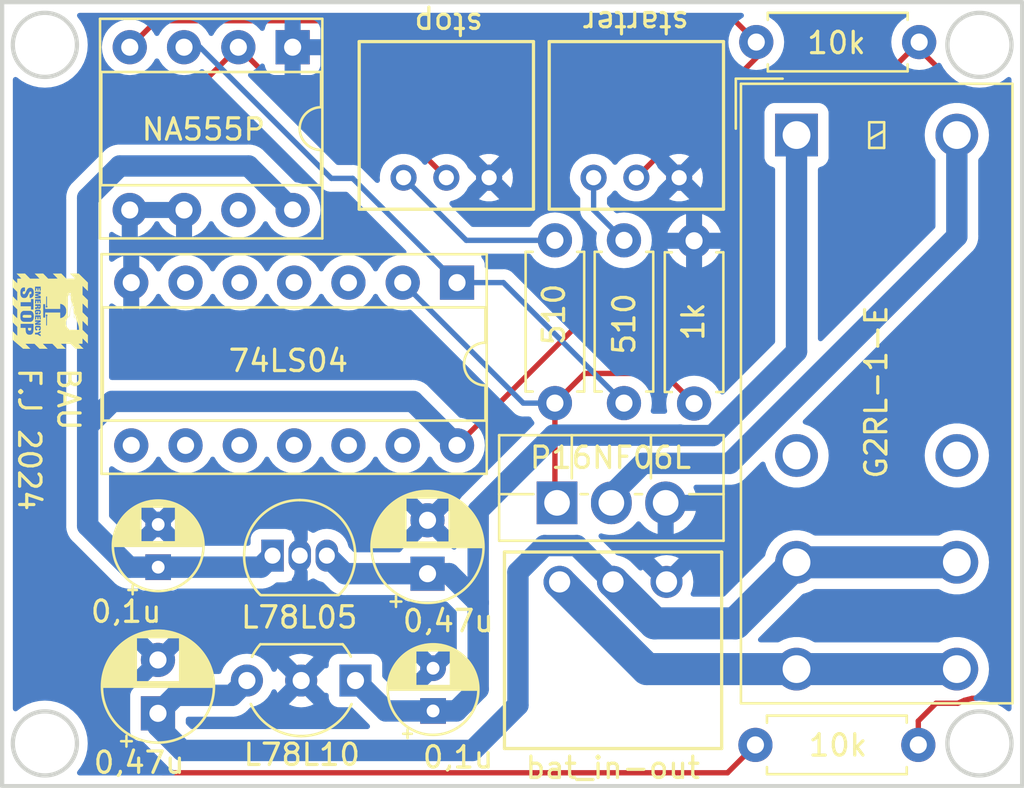
<source format=kicad_pcb>
(kicad_pcb (version 20221018) (generator pcbnew)
  (title_block (title "BAU") (date "2024-09-17"))
  (layers (0 "F.Cu" signal) (31 "B.Cu" signal) (34 "B.Paste" user) (35 "F.Paste" user) (36 "B.SilkS" user "B.Silkscreen") (37 "F.SilkS" user "F.Silkscreen") (38 "B.Mask" user) (39 "F.Mask" user) (44 "Edge.Cuts" user))
  (net 0 "")
  (net 1 "10V")
  (net 2 "GND")
  (net 3 "5V")
  (net 4 "bat_in")
  (net 6 "bat_out")
  (net 7 "Net-(P16NF06L1-D)")
  (net 8 "Net-(NA555P1-Q)")
  (net 10 "relay_control")
  (net 11 "primer_button")
  (net 12 "green_led")
  (net 13 "red_led")
  (net 14 "stop_button")
  (footprint "Capacitor_THT:CP_Radial_D4.0mm_P2.00mm" (layer "F.Cu") (at 49.77 42.260088 90)
    (fp_text reference "C2" hide)
    (fp_text value "0,1u")
  )
  (footprint "CONN_S3B-XH-ALFSN_JST:CONN_S3B-XH-ALFSN_JST" (layer "F.Cu") (at 73.550122 42.95 180)
    (fp_text reference "bat_in-out1" hide)
    (fp_text value "bat_in-out")
  )
  (footprint "Resistor_THT:R_Axial_DIN0207_L6.3mm_D2.5mm_P7.62mm_Horizontal" (layer "F.Cu") (at 85.37 17.68 180)
    (fp_text reference "R2" hide)
    (fp_text value "10k")
  )
  (footprint "Package_DIP:DIP-14_W7.62mm_Socket" (layer "F.Cu") (at 63.75 28.94 -90)
    (fp_text reference "U2" hide)
    (fp_text value "74LS04")
  )
  (footprint "Resistor_THT:R_Axial_DIN0207_L6.3mm_D2.5mm_P7.62mm_Horizontal" (layer "F.Cu") (at 71.56 26.96 -90)
    (fp_text reference "R4" hide)
    (fp_text value "510")
  )
  (footprint "Capacitor_THT:CP_Radial_D5.0mm_P2.50mm" (layer "F.Cu") (at 62.37 42.565113 90)
    (fp_text reference "C1" hide)
    (fp_text value "0,47u")
  )
  (footprint "Relay_THT:Relay_SPDT_Omron_G2RL-1-E" (layer "F.Cu") (at 79.6325 22.0325)
    (fp_text reference "K1" hide)
    (fp_text value "G2RL-1-E")
  )
  (footprint "CONN_S3B-PH-K-S_JST:CONN_S3B-PH-K-S_JST" (layer "F.Cu") (at 65.25 24.0273 180)
    (fp_text reference "stop1" hide)
    (fp_text value "stop")
  )
  (footprint "Package_TO_SOT_THT:TO-92L_Inline_Wide" (layer "F.Cu") (at 59 47.567488 180)
    (fp_text reference "L78L10_TO92" hide)
    (fp_text value "L78L10")
  )
  (footprint "CONN_S3B-PH-K-S_JST:CONN_S3B-PH-K-S_JST" (layer "F.Cu") (at 74.14 24.0273 180)
    (fp_text reference "starter1" hide)
    (fp_text value "starter")
  )
  (footprint "Capacitor_THT:CP_Radial_D4.0mm_P2.00mm" (layer "F.Cu") (at 62.63 48.990087 90)
    (fp_text reference "C4" hide)
    (fp_text value "0,1u")
  )
  (footprint "Resistor_THT:R_Axial_DIN0207_L6.3mm_D2.5mm_P7.62mm_Horizontal" (layer "F.Cu") (at 85.33 50.58 180)
    (fp_text reference "R1" hide)
    (fp_text value "10k")
  )
  (footprint "Package_TO_SOT_THT:TO-220F-3_Vertical" (layer "F.Cu") (at 68.43 39.25)
    (fp_text reference "P16NF06L1" hide)
    (fp_text value "P16NF06L")
  )
  (footprint "Package_DIP:DIP-8_W7.62mm_Socket" (layer "F.Cu") (at 56.06 17.92 -90)
    (fp_text reference "NA555P1" hide)
    (fp_text value "NA555P")
  )
  (footprint "Resistor_THT:R_Axial_DIN0207_L6.3mm_D2.5mm_P7.62mm_Horizontal" (layer "F.Cu") (at 74.84 34.6 90)
    (fp_text reference "R3" hide)
    (fp_text value "1k")
  )
  (footprint "Package_TO_SOT_THT:TO-92_Inline" (layer "F.Cu") (at 55.12 41.720001)
    (fp_text reference "L78L05_TO92" hide)
    (fp_text value "L78L05")
  )
  (footprint "Capacitor_THT:CP_Radial_D5.0mm_P2.50mm" (layer "F.Cu") (at 49.76 49.102601 90)
    (fp_text reference "C3" hide)
    (fp_text value "0,47u")
  )
  (footprint "Resistor_THT:R_Axial_DIN0207_L6.3mm_D2.5mm_P7.62mm_Horizontal" (layer "F.Cu") (at 68.33 26.96 -90)
    (fp_text reference "R5" hide)
    (fp_text value "510")
  )
  (gr_poly (pts (xy 46.48292 31.595578) (xy 46.481683 31.795101) (xy 46.457429 31.772389) (xy 46.4401 31.755726) (xy 46.410849 31.727162) (xy 46.373763 31.690686) (xy 46.332923 31.650311) (xy 46.232671 31.550946) (xy 46.231498 31.676335) (xy 46.230326 31.801739) (xy 46.138819 31.801739) (xy 46.103289 31.801846) (xy 46.074195 31.802159) (xy 46.054536 31.802624) (xy 46.049184 31.802899) (xy 46.047318 31.803181) (xy 46.048522 31.804515) (xy 46.049725 31.805844) (xy 46.056626 31.812924) (xy 46.081971 31.838383) (xy 46.119479 31.875698) (xy 46.16528 31.920994) (xy 46.28324 32.037358) (xy 45.898915 32.037663) (xy 45.787219 31.925465) (xy 45.707453 31.844799) (xy 45.682505 31.819157) (xy 45.672532 31.808422) (xy 45.672143 31.80811) (xy 45.671752 31.80796) (xy 45.671557 31.807883) (xy 45.671363 31.807804) (xy 45.668618 31.807232) (xy 45.664263 31.806691) (xy 45.658269 31.806187) (xy 45.641217 31.805279) (xy 45.617196 31.804509) (xy 45.585942 31.803868) (xy 45.54719 31.803356) (xy 45.50067 31.802952) (xy 45.44612 31.802655) (xy 45.288329 31.802578) (xy 45.240327 31.80299) (xy 45.222697 31.803662) (xy 45.222844 31.803861) (xy 45.222991 31.804058) (xy 45.223286 31.804455) (xy 45.225014 31.806401) (xy 45.231656 31.813488) (xy 45.256053 31.838795) (xy 45.292159 31.875744) (xy 45.336249 31.920521) (xy 45.449797 32.03545) (xy 45.249156 32.036724) (xy 45.048514 32.038006) (xy 44.933861 31.920918) (xy 44.819211 31.80383) (xy 44.597621 31.802784) (xy 44.511668 31.802609) (xy 44.441447 31.802914) (xy 44.39419 31.803624) (xy 44.381434 31.804119) (xy 44.377135 31.804684) (xy 44.377326 31.804956) (xy 44.377517 31.805225) (xy 44.3779 31.80576) (xy 44.379876 31.808049) (xy 44.387692 31.816494) (xy 44.401049 31.830517) (xy 44.420418 31.850613) (xy 44.479054 31.910908) (xy 44.567343 32.001263) (xy 44.602938 32.037648) (xy 44.411212 32.037442) (xy 44.219487 32.037228) (xy 43.98219 31.803936) (xy 43.786646 31.803524) (xy 43.577872 31.802731) (xy 43.577536 31.802721) (xy 43.577201 31.802713) (xy 43.576529 31.8027) (xy 43.575238 31.802716) (xy 43.574619 31.802749) (xy 43.574309 31.802764) (xy 43.574 31.802777) (xy 43.572823 31.802861) (xy 43.572547 31.802894) (xy 43.57227 31.802924) (xy 43.571715 31.802983) (xy 43.570677 31.803135) (xy 43.569722 31.803318) (xy 43.569505 31.803373) (xy 43.569288 31.803424) (xy 43.568854 31.803524) (xy 43.568078 31.803768) (xy 43.567401 31.804028) (xy 43.567113 31.804176) (xy 43.56697 31.804248) (xy 43.566826 31.804318) (xy 43.56671 31.804397) (xy 43.566594 31.804474) (xy 43.566478 31.804552) (xy 43.566363 31.804631) (xy 43.566018 31.804959) (xy 43.56589 31.805127) (xy 43.565795 31.805302) (xy 43.565778 31.805351) (xy 43.565762 31.805396) (xy 43.565746 31.80544) (xy 43.56573 31.805485) (xy 43.565723 31.805531) (xy 43.565715 31.805576) (xy 43.565707 31.805619) (xy 43.565703 31.80564) (xy 43.565699 31.805661) (xy 43.5657 31.805686) (xy 43.565701 31.805711) (xy 43.565703 31.80576) (xy 43.565705 31.805859) (xy 43.565745 31.80605) (xy 43.56639 31.80695) (xy 43.568066 31.808873) (xy 43.574296 31.815525) (xy 43.584004 31.825573) (xy 43.596766 31.838581) (xy 43.62974 31.871754) (xy 43.669804 31.911572) (xy 43.710467 31.952061) (xy 43.74507 31.987042) (xy 43.769951 32.012768) (xy 43.777602 32.021) (xy 43.781449 32.025509) (xy 43.790139 32.03764) (xy 43.621167 32.037564) (xy 43.452195 32.037495) (xy 43.394307 31.98795) (xy 43.272404 31.884205) (xy 43.023591 31.673268) (xy 42.956584 31.616505) (xy 42.956341 31.4137) (xy 42.956099 31.210911) (xy 43.029965 31.284291) (xy 43.087346 31.341015) (xy 43.132817 31.385411) (xy 43.163142 31.414334) (xy 43.171614 31.422024) (xy 43.175088 31.424671) (xy 43.175391 31.420445) (xy 43.175669 31.408352) (xy 43.176146 31.363942) (xy 43.176468 31.298214) (xy 43.176587 31.217953) (xy 43.176587 31.011242) (xy 43.066342 30.903965) (xy 42.956097 30.796696) (xy 42.956097 30.390957) (xy 43.06201 30.496609) (xy 43.103474 30.537747) (xy 43.138081 30.571652) (xy 43.162215 30.594822) (xy 43.169222 30.601277) (xy 43.172253 30.603726) (xy 43.172286 30.603711) (xy 43.172319 30.603696) (xy 43.172351 30.60368) (xy 43.172384 30.603664) (xy 43.172448 30.60363) (xy 43.172513 30.603596) (xy 43.172763 30.603047) (xy 43.173241 30.600659) (xy 43.173689 30.596585) (xy 43.174107 30.590847) (xy 43.174849 30.574437) (xy 43.175465 30.551594) (xy 43.17595 30.522465) (xy 43.176301 30.48721) (xy 43.176512 30.445973) (xy 43.176585 30.39893) (xy 43.176585 30.192662) (xy 42.95563 29.976071) (xy 42.956967 29.7766) (xy 42.958302 29.57713) (xy 42.99799 29.615223) (xy 43.046422 29.662281) (xy 43.107131 29.721913) (xy 43.176585 29.790501) (xy 43.176585 29.375286) (xy 43.082879 29.28233) (xy 43.01184 29.212223) (xy 42.986451 29.187428) (xy 42.972636 29.174214) (xy 42.956097 29.159069) (xy 42.956097 28.754956) (xy 43.018937 28.817005) (xy 43.076916 28.873829) (xy 43.128075 28.923329) (xy 43.174378 28.96761) (xy 43.175559 28.859982) (xy 43.176737 28.752362) (xy 43.27147 28.752362) (xy 43.308234 28.752095) (xy 43.338309 28.751385) (xy 43.349866 28.750897) (xy 43.358588 28.750332) (xy 43.364089 28.749714) (xy 43.364443 28.74963) (xy 43.364798 28.749547) (xy 43.365508 28.749386) (xy 43.365625 28.7493) (xy 43.365743 28.749215) (xy 43.365861 28.749132) (xy 43.365979 28.74905) (xy 43.365374 28.74812) (xy 43.36451 28.747085) (xy 43.363646 28.746044) (xy 43.357047 28.73872) (xy 43.34664 28.727551) (xy 43.332888 28.713032) (xy 43.297192 28.675862) (xy 43.253642 28.631085) (xy 43.141526 28.51643) (xy 43.340958 28.515225) (xy 43.492587 28.514302) (xy 43.492587 29.166874) (xy 43.478367 29.166943) (xy 43.466935 29.167233) (xy 43.462054 29.167492) (xy 43.457617 29.167866) (xy 43.453545 29.168354) (xy 43.449753 29.168972) (xy 43.446158 29.169743) (xy 43.442673 29.170681) (xy 43.439221 29.171788) (xy 43.437467 29.172447) (xy 43.435713 29.1731) (xy 43.433892 29.173866) (xy 43.43207 29.174626) (xy 43.428206 29.176373) (xy 43.419486 29.180622) (xy 43.41323 29.183956) (xy 43.407174 29.187619) (xy 43.401316 29.191593) (xy 43.395653 29.195889) (xy 43.390191 29.200512) (xy 43.384921 29.205456) (xy 43.379843 29.210728) (xy 43.374962 29.216328) (xy 43.370274 29.222256) (xy 43.365777 29.228505) (xy 43.36147 29.235089) (xy 43.357352 29.242001) (xy 43.353425 29.249249) (xy 43.349684 29.256832) (xy 43.346131 29.264744) (xy 43.342763 29.272992) (xy 43.33972 29.281041) (xy 43.336991 29.288784) (xy 43.334555 29.296337) (xy 43.332408 29.303807) (xy 43.330531 29.311314) (xy 43.32891 29.318959) (xy 43.327534 29.326847) (xy 43.32639 29.335095) (xy 43.325463 29.343808) (xy 43.324738 29.353093) (xy 43.324206 29.363072) (xy 43.323849 29.373837) (xy 43.323659 29.38551) (xy 43.323619 29.398197) (xy 43.323939 29.427044) (xy 43.324402 29.449398) (xy 43.324988 29.467396) (xy 43.325816 29.481999) (xy 43.326357 29.488308) (xy 43.327002 29.49413) (xy 43.327767 29.499562) (xy 43.328663 29.504734) (xy 43.329711 29.509762) (xy 43.330918 29.514752) (xy 43.333884 29.52512) (xy 43.337679 29.536785) (xy 43.341323 29.547009) (xy 43.345196 29.556721) (xy 43.349318 29.56593) (xy 43.353701 29.574665) (xy 43.358365 29.582936) (xy 43.36332 29.590771) (xy 43.368584 29.598164) (xy 43.374173 29.60516) (xy 43.380099 29.611767) (xy 43.386378 29.618) (xy 43.393029 29.62389) (xy 43.400061 29.629429) (xy 43.407496 29.634663) (xy 43.415347 29.639592) (xy 43.423627 29.644238) (xy 43.432353 29.648632) (xy 43.433884 29.649337) (xy 43.435416 29.650036) (xy 43.436914 29.650672) (xy 43.438412 29.651303) (xy 43.441393 29.652439) (xy 43.444415 29.653447) (xy 43.44597 29.653892) (xy 43.447526 29.654332) (xy 43.449154 29.654723) (xy 43.450781 29.65511) (xy 43.452508 29.655448) (xy 43.454234 29.655781) (xy 43.457938 29.656361) (xy 43.461943 29.656842) (xy 43.464125 29.657033) (xy 43.466305 29.657231) (xy 43.471076 29.657559) (xy 43.476308 29.657811) (xy 43.482054 29.658001) (xy 43.488368 29.658139) (xy 43.502909 29.658268) (xy 43.518662 29.658268) (xy 43.531256 29.658047) (xy 43.536584 29.657826) (xy 43.541379 29.657505) (xy 43.545725 29.657078) (xy 43.549714 29.656529) (xy 43.55157 29.656183) (xy 43.553425 29.655842) (xy 43.555188 29.655423) (xy 43.55695 29.655011) (xy 43.56037 29.654011) (xy 43.563775 29.652829) (xy 43.56551 29.652149) (xy 43.567246 29.651463) (xy 43.57087 29.649899) (xy 43.578927 29.646077) (xy 43.587844 29.641484) (xy 43.596198 29.636647) (xy 43.600188 29.634114) (xy 43.604066 29.631466) (xy 43.607842 29.628712) (xy 43.611525 29.625828) (xy 43.615126 29.622815) (xy 43.618655 29.619641) (xy 43.622119 29.616307) (xy 43.623824 29.614541) (xy 43.625531 29.612782) (xy 43.628897 29.609074) (xy 43.632229 29.605152) (xy 43.635539 29.601017) (xy 43.638833 29.596646) (xy 43.642121 29.59203) (xy 43.645413 29.587162) (xy 43.652051 29.576588) (xy 43.658822 29.564823) (xy 43.665806 29.551762) (xy 43.673081 29.537289) (xy 43.680722 29.521313) (xy 43.688809 29.503712) (xy 43.697419 29.484387) (xy 43.710761 29.454624) (xy 43.722491 29.429776) (xy 43.732876 29.40939) (xy 43.737652 29.400738) (xy 43.742194 29.393032) (xy 43.746537 29.386227) (xy 43.750712 29.380253) (xy 43.754758 29.375073) (xy 43.758706 29.370617) (xy 43.762591 29.366833) (xy 43.766444 29.363667) (xy 43.770302 29.361058) (xy 43.774197 29.35896) (xy 43.77623 29.358052) (xy 43.778287 29.357251) (xy 43.780362 29.356541) (xy 43.782456 29.355938) (xy 43.783509 29.355682) (xy 43.784562 29.355419) (xy 43.785621 29.35522) (xy 43.786681 29.355015) (xy 43.79093 29.354489) (xy 43.795178 29.354336) (xy 43.799399 29.354557) (xy 43.803559 29.355145) (xy 43.805597 29.355613) (xy 43.807635 29.356076) (xy 43.809616 29.356723) (xy 43.811597 29.357365) (xy 43.813508 29.35818) (xy 43.815419 29.35899) (xy 43.819069 29.360951) (xy 43.819947 29.361497) (xy 43.820386 29.361772) (xy 43.820824 29.362049) (xy 43.822526 29.363232) (xy 43.823348 29.363862) (xy 43.82417 29.364498) (xy 43.824963 29.365167) (xy 43.825757 29.365841) (xy 43.827279 29.367253) (xy 43.828734 29.368748) (xy 43.829427 29.369537) (xy 43.830121 29.37032) (xy 43.831433 29.371968) (xy 43.832667 29.373677) (xy 43.833243 29.374576) (xy 43.833821 29.37547) (xy 43.835686 29.378941) (xy 43.837327 29.382847) (xy 43.838738 29.38712) (xy 43.839923 29.391713) (xy 43.840876 29.39655) (xy 43.841597 29.4016) (xy 43.842087 29.406788) (xy 43.842343 29.412068) (xy 43.842362 29.417393) (xy 43.842145 29.42268) (xy 43.841687 29.427899) (xy 43.840989 29.43298) (xy 43.84005 29.43787) (xy 43.838868 29.442517) (xy 43.837439 29.446865) (xy 43.835766 29.450848) (xy 43.835019 29.452343) (xy 43.834206 29.453816) (xy 43.833331 29.455265) (xy 43.832862 29.455982) (xy 43.832394 29.456692) (xy 43.831399 29.458104) (xy 43.830873 29.458797) (xy 43.830348 29.459484) (xy 43.828093 29.462162) (xy 43.825652 29.464703) (xy 43.823044 29.467106) (xy 43.820294 29.469349) (xy 43.817422 29.471424) (xy 43.81445 29.473301) (xy 43.8114 29.474995) (xy 43.809848 29.475717) (xy 43.808297 29.476445) (xy 43.805157 29.477681) (xy 43.803584 29.478207) (xy 43.80201 29.478672) (xy 43.800439 29.479061) (xy 43.799655 29.479228) (xy 43.798873 29.47939) (xy 43.797314 29.479649) (xy 43.795766 29.479832) (xy 43.795 29.479886) (xy 43.794616 29.479915) (xy 43.794234 29.479946) (xy 43.792718 29.479977) (xy 43.790246 29.48003) (xy 43.787394 29.480191) (xy 43.784262 29.48045) (xy 43.782606 29.480615) (xy 43.780949 29.480786) (xy 43.777562 29.48119) (xy 43.774197 29.481663) (xy 43.770962 29.482182) (xy 43.769458 29.482457) (xy 43.767954 29.482739) (xy 43.754082 29.485508) (xy 43.75647 29.658558) (xy 43.785134 29.65823) (xy 43.791932 29.657994) (xy 43.798653 29.657429) (xy 43.805295 29.656559) (xy 43.81185 29.655369) (xy 43.818205 29.653897) (xy 43.818205 29.707066) (xy 43.816998 29.780926) (xy 43.815791 29.854786) (xy 43.335343 29.854786) (xy 43.335343 30.048817) (xy 43.46102 30.048817) (xy 43.46102 30.262684) (xy 43.434561 30.273327) (xy 43.427069 30.276615) (xy 43.419695 30.2804) (xy 43.412467 30.284649) (xy 43.405402 30.289341) (xy 43.39853 30.294453) (xy 43.391875 30.299954) (xy 43.385459 30.305813) (xy 43.379305 30.312023) (xy 43.373444 30.318547) (xy 43.367894 30.325352) (xy 43.362683 30.332424) (xy 43.357833 30.339733) (xy 43.353366 30.347248) (xy 43.349312 30.354954) (xy 43.345692 30.362812) (xy 43.34253 30.370808) (xy 43.340031 30.377919) (xy 43.337546 30.385426) (xy 43.335139 30.393086) (xy 43.332875 30.400685) (xy 43.330821 30.408001) (xy 43.329039 30.414791) (xy 43.327603 30.420849) (xy 43.326567 30.425938) (xy 43.325534 30.433689) (xy 43.324729 30.443821) (xy 43.323762 30.46983) (xy 43.323598 30.501126) (xy 43.32416 30.534886) (xy 43.325373 30.568302) (xy 43.327166 30.598545) (xy 43.329461 30.622792) (xy 43.330773 30.631794) (xy 43.332183 30.638234) (xy 43.336671 30.652546) (xy 43.34163 30.665982) (xy 43.347079 30.678578) (xy 43.35303 30.690327) (xy 43.359503 30.701252) (xy 43.366517 30.711384) (xy 43.374081 30.720723) (xy 43.382218 30.729283) (xy 43.390942 30.737088) (xy 43.400269 30.744152) (xy 43.410218 30.750492) (xy 43.420802 30.756131) (xy 43.43204 30.761067) (xy 43.443947 30.765324) (xy 43.456542 30.768925) (xy 43.46984 30.771878) (xy 43.473706 30.772503) (xy 43.47857 30.773068) (xy 43.491334 30.774044) (xy 43.508214 30.774823) (xy 43.529294 30.775395) (xy 43.554656 30.775753) (xy 43.584382 30.775906) (xy 43.618554 30.775853) (xy 43.657254 30.775608) (xy 43.818209 30.77422) (xy 43.843653 30.762295) (xy 43.846369 30.76096) (xy 43.849225 30.759449) (xy 43.852193 30.757756) (xy 43.853722 30.756839) (xy 43.855252 30.755917) (xy 43.858378 30.753949) (xy 43.86155 30.751866) (xy 43.867932 30.74741) (xy 43.874211 30.742695) (xy 43.877251 30.740277) (xy 43.880198 30.737858) (xy 43.883025 30.735432) (xy 43.885708 30.733021) (xy 43.888226 30.730656) (xy 43.890555 30.728344) (xy 43.895295 30.72321) (xy 43.899861 30.717717) (xy 43.904252 30.711888) (xy 43.908467 30.705716) (xy 43.916356 30.69244) (xy 43.923514 30.677952) (xy 43.929925 30.662342) (xy 43.93557 30.64571) (xy 43.937274 30.639553) (xy 43.937274 30.639561) (xy 43.937274 30.868344) (xy 43.646231 30.868679) (xy 43.345269 30.869007) (xy 43.335347 30.869007) (xy 43.335347 31.058621) (xy 43.567797 31.058621) (xy 43.57029 31.136898) (xy 43.57107 31.15704) (xy 43.572098 31.175701) (xy 43.573399 31.192982) (xy 43.575001 31.208973) (xy 43.57693 31.223767) (xy 43.579213 31.237446) (xy 43.581874 31.250111) (xy 43.584942 31.261853) (xy 43.588444 31.272763) (xy 43.592406 31.282925) (xy 43.596854 31.292439) (xy 43.601815 31.301388) (xy 43.607314 31.30988) (xy 43.613377 31.31799) (xy 43.620036 31.325817) (xy 43.627312 31.333447) (xy 43.633744 31.339619) (xy 43.640151 31.345242) (xy 43.646584 31.350354) (xy 43.653103 31.354962) (xy 43.659766 31.359089) (xy 43.666628 31.362751) (xy 43.673747 31.365979) (xy 43.681176 31.368779) (xy 43.688977 31.371174) (xy 43.697201 31.373188) (xy 43.70591 31.374844) (xy 43.715157 31.376149) (xy 43.725003 31.377133) (xy 43.735501 31.377804) (xy 43.746709 31.378193) (xy 43.758683 31.378308) (xy 43.773484 31.378224) (xy 43.785685 31.377934) (xy 43.795767 31.377385) (xy 43.800164 31.37698) (xy 43.804209 31.376492) (xy 43.807967 31.375904) (xy 43.80973 31.375554) (xy 43.811494 31.37521) (xy 43.813174 31.374795) (xy 43.814852 31.374386) (xy 43.818101 31.37344) (xy 43.8197 31.372905) (xy 43.821297 31.372364) (xy 43.824507 31.371151) (xy 43.831198 31.368252) (xy 43.839388 31.3643) (xy 43.847182 31.360134) (xy 43.85459 31.355717) (xy 43.861622 31.351033) (xy 43.868285 31.346043) (xy 43.874585 31.340718) (xy 43.880532 31.335034) (xy 43.886134 31.328961) (xy 43.8914 31.322468) (xy 43.896338 31.315533) (xy 43.900956 31.308117) (xy 43.905263 31.300198) (xy 43.909264 31.291745) (xy 43.912972 31.282719) (xy 43.916392 31.273114) (xy 43.919533 31.262883) (xy 43.922406 31.251988) (xy 43.925013 31.240429) (xy 43.927369 31.228161) (xy 43.929478 31.215153) (xy 43.931349 31.201382) (xy 43.932992 31.186817) (xy 43.934413 31.171421) (xy 43.93562 31.155186) (xy 43.936621 31.138058) (xy 43.93743 31.120022) (xy 43.938489 31.081105) (xy 43.938861 31.038189) (xy 43.938611 30.991055) (xy 43.937274 30.868351) (xy 43.937274 30.868344) (xy 43.937274 30.639561) (xy 43.940434 30.628132) (xy 43.944501 30.609684) (xy 43.947751 30.590466) (xy 43.950169 30.570546) (xy 43.951743 30.550022) (xy 43.95245 30.528973) (xy 43.952279 30.507489) (xy 43.951209 30.485653) (xy 43.949223 30.463551) (xy 43.946311 30.441265) (xy 43.943711 30.425968) (xy 43.940644 30.411358) (xy 43.93711 30.397435) (xy 43.933102 30.384175) (xy 43.928614 30.371601) (xy 43.923644 30.359677) (xy 43.918187 30.348408) (xy 43.912236 30.337788) (xy 43.905791 30.327809) (xy 43.898842 30.318455) (xy 43.89139 30.309727) (xy 43.883427 30.301617) (xy 43.874951 30.29411) (xy 43.865954 30.287205) (xy 43.856434 30.280903) (xy 43.846387 30.275181) (xy 43.822617 30.262669) (xy 43.461022 30.262669) (xy 43.461022 30.048802) (xy 43.815796 30.048802) (xy 43.818207 30.200932) (xy 43.93727 30.200932) (xy 43.93727 29.707051) (xy 43.818207 29.707051) (xy 43.818207 29.653881) (xy 43.818318 29.653859) (xy 43.82469 29.652058) (xy 43.830962 29.649952) (xy 43.83713 29.647557) (xy 43.84319 29.644871) (xy 43.849135 29.641903) (xy 43.854962 29.638653) (xy 43.860667 29.635128) (xy 43.866242 29.631329) (xy 43.871686 29.627255) (xy 43.876994 29.622921) (xy 43.882159 29.618328) (xy 43.887175 29.613476) (xy 43.892045 29.60838) (xy 43.896756 29.603031) (xy 43.901307 29.597439) (xy 43.905692 29.59161) (xy 43.909909 29.585553) (xy 43.913951 29.579258) (xy 43.917813 29.572743) (xy 43.92149 29.566006) (xy 43.924979 29.559056) (xy 43.93137 29.544514) (xy 43.936951 29.529156) (xy 43.941683 29.513028) (xy 43.943638 29.504757) (xy 43.945382 29.495823) (xy 43.946913 29.486294) (xy 43.948231 29.476261) (xy 43.949334 29.465809) (xy 43.950217 29.455006) (xy 43.951314 29.432705) (xy 43.951506 29.410015) (xy 43.951258 29.398724) (xy 43.950776 29.387585) (xy 43.950059 29.376675) (xy 43.949103 29.366062) (xy 43.947905 29.355847) (xy 43.946469 29.346112) (xy 43.942618 29.326138) (xy 43.937853 29.307385) (xy 43.932185 29.289868) (xy 43.925618 29.273617) (xy 43.922001 29.26595) (xy 43.918166 29.25861) (xy 43.914111 29.251576) (xy 43.909836 29.244862) (xy 43.905345 29.238468) (xy 43.900635 29.232395) (xy 43.895714 29.226651) (xy 43.890578 29.221218) (xy 43.88523 29.216107) (xy 43.87967 29.211331) (xy 43.8739 29.20686) (xy 43.867922 29.202732) (xy 43.861737 29.198925) (xy 43.855342 29.195454) (xy 43.848744 29.192311) (xy 43.841942 29.189495) (xy 43.834937 29.187023) (xy 43.827729 29.18488) (xy 43.820319 29.183071) (xy 43.81271 29.181599) (xy 43.804904 29.180462) (xy 43.7969 29.179669) (xy 43.788701 29.179219) (xy 43.780306 29.179097) (xy 43.769478 29.179463) (xy 43.758984 29.180416) (xy 43.748814 29.181958) (xy 43.738959 29.184101) (xy 43.729409 29.186856) (xy 43.720154 29.190213) (xy 43.711186 29.194187) (xy 43.702496 29.19878) (xy 43.694073 29.204014) (xy 43.68591 29.209874) (xy 43.677994 29.216366) (xy 43.670317 29.2235) (xy 43.662871 29.231297) (xy 43.655642 29.239743) (xy 43.648627 29.248844) (xy 43.641812 29.258618) (xy 43.637179 29.266049) (xy 43.631552 29.275814) (xy 43.625149 29.28751) (xy 43.618188 29.300717) (xy 43.610884 29.315014) (xy 43.603453 29.329991) (xy 43.596112 29.345227) (xy 43.589076 29.360295) (xy 43.575526 29.389439) (xy 43.563042 29.415554) (xy 43.55301 29.435772) (xy 43.549346 29.442791) (xy 43.546816 29.447262) (xy 43.544259 29.451168) (xy 43.541556 29.454838) (xy 43.538718 29.458294) (xy 43.535752 29.461529) (xy 43.532668 29.464527) (xy 43.529477 29.467305) (xy 43.526187 29.469845) (xy 43.522807 29.472164) (xy 43.521078 29.473213) (xy 43.519349 29.474255) (xy 43.515818 29.476109) (xy 43.514023 29.476924) (xy 43.512229 29.477734) (xy 43.508586 29.47913) (xy 43.506744 29.479707) (xy 43.504902 29.48029) (xy 43.501187 29.481213) (xy 43.497449 29.481915) (xy 43.495572 29.482137) (xy 43.493697 29.482365) (xy 43.489939 29.482594) (xy 43.486189 29.482579) (xy 43.482455 29.482319) (xy 43.478743 29.481823) (xy 43.476906 29.481454) (xy 43.475068 29.481091) (xy 43.471434 29.480114) (xy 43.467854 29.478894) (xy 43.464337 29.477436) (xy 43.46089 29.475735) (xy 43.457524 29.473782) (xy 43.454251 29.471592) (xy 43.451075 29.469151) (xy 43.44801 29.466465) (xy 43.445063 29.463528) (xy 43.443655 29.461934) (xy 43.442246 29.460347) (xy 43.439566 29.456913) (xy 43.439053 29.456149) (xy 43.438796 29.455766) (xy 43.43854 29.45538) (xy 43.438058 29.454536) (xy 43.437577 29.453686) (xy 43.435837 29.449841) (xy 43.434352 29.445446) (xy 43.433119 29.440586) (xy 43.432143 29.435337) (xy 43.431422 29.429783) (xy 43.430958 29.424) (xy 43.430752 29.418072) (xy 43.430804 29.412091) (xy 43.431117 29.406109) (xy 43.431691 29.400235) (xy 43.432526 29.394528) (xy 43.433625 29.38908) (xy 43.434987 29.383969) (xy 43.436614 29.379277) (xy 43.438508 29.375088) (xy 43.439574 29.373089) (xy 43.440663 29.371174) (xy 43.441777 29.369343) (xy 43.442919 29.367588) (xy 43.443509 29.366756) (xy 43.444098 29.365918) (xy 43.445315 29.364331) (xy 43.44657 29.362812) (xy 43.447873 29.361378) (xy 43.449223 29.360005) (xy 43.449927 29.359359) (xy 43.450631 29.358708) (xy 43.451362 29.3581) (xy 43.452094 29.357487) (xy 43.45362 29.356327) (xy 43.454416 29.355781) (xy 43.454814 29.355507) (xy 43.455212 29.355229) (xy 43.456874 29.354199) (xy 43.458609 29.35323) (xy 43.459516 29.352773) (xy 43.460421 29.352322) (xy 43.462319 29.35146) (xy 43.464299 29.350666) (xy 43.466368 29.349919) (xy 43.468531 29.349224) (xy 43.470793 29.348576) (xy 43.473158 29.347973) (xy 43.475628 29.347424) (xy 43.478207 29.346913) (xy 43.480902 29.346447) (xy 43.483714 29.346012) (xy 43.489709 29.34528) (xy 43.496222 29.344677) (xy 43.503291 29.344197) (xy 43.538195 29.342175) (xy 43.538195 29.16692) (xy 43.492598 29.16692) (xy 43.492598 28.514355) (xy 43.540402 28.514065) (xy 43.658902 28.633381) (xy 43.777381 28.752552) (xy 43.997887 28.752552) (xy 44.009715 28.752537) (xy 44.009715 29.361096) (xy 44.010989 29.399678) (xy 44.012263 29.438267) (xy 44.047541 29.437222) (xy 44.146762 29.434048) (xy 44.210702 29.431904) (xy 44.184245 29.440136) (xy 44.169274 29.444622) (xy 44.14807 29.450734) (xy 44.123456 29.457684) (xy 44.098254 29.464665) (xy 44.051945 29.477467) (xy 44.024207 29.485379) (xy 44.00969 29.489788) (xy 44.012267 29.551693) (xy 44.107825 29.578778) (xy 44.145218 29.589596) (xy 44.17639 29.599057) (xy 44.198084 29.606121) (xy 44.20436 29.608441) (xy 44.207045 29.609776) (xy 44.207228 29.609982) (xy 44.207247 29.610007) (xy 44.207266 29.610032) (xy 44.207285 29.610056) (xy 44.207304 29.61008) (xy 44.207342 29.610127) (xy 44.207381 29.610173) (xy 44.207503 29.610371) (xy 44.207548 29.610456) (xy 44.207571 29.610501) (xy 44.207595 29.610546) (xy 44.20761 29.610587) (xy 44.207626 29.610627) (xy 44.207642 29.61067) (xy 44.207657 29.610714) (xy 44.207678 29.610791) (xy 44.20768 29.610799) (xy 44.207682 29.610808) (xy 44.207685 29.610826) (xy 44.207687 29.610835) (xy 44.207689 29.610845) (xy 44.20769 29.610856) (xy 44.207692 29.610867) (xy 44.207698 29.610936) (xy 44.207698 29.611004) (xy 44.207697 29.611015) (xy 44.207696 29.611026) (xy 44.207694 29.611045) (xy 44.207692 29.611063) (xy 44.207691 29.611072) (xy 44.20769 29.61108) (xy 44.207677 29.611149) (xy 44.207654 29.611218) (xy 44.207627 29.611279) (xy 44.207622 29.611287) (xy 44.207617 29.611295) (xy 44.207608 29.611309) (xy 44.207604 29.611317) (xy 44.207599 29.611324) (xy 44.207595 29.611332) (xy 44.207591 29.61134) (xy 44.207569 29.611373) (xy 44.207564 29.611381) (xy 44.207559 29.611388) (xy 44.207554 29.611395) (xy 44.207551 29.611398) (xy 44.207549 29.611401) (xy 44.207499 29.611454) (xy 44.207493 29.61146) (xy 44.207486 29.611466) (xy 44.207472 29.611477) (xy 44.207458 29.611489) (xy 44.207444 29.6115) (xy 44.207427 29.611514) (xy 44.207411 29.611527) (xy 44.207395 29.61154) (xy 44.207379 29.611553) (xy 44.207363 29.611565) (xy 44.207347 29.611576) (xy 44.207314 29.611599) (xy 44.207295 29.61161) (xy 44.207275 29.611621) (xy 44.207236 29.611642) (xy 44.207216 29.611653) (xy 44.207197 29.611665) (xy 44.207187 29.611671) (xy 44.207177 29.611677) (xy 44.207167 29.611684) (xy 44.207158 29.611691) (xy 44.206977 29.61176) (xy 44.20695 29.611768) (xy 44.206924 29.611775) (xy 44.206872 29.61179) (xy 44.20682 29.611805) (xy 44.206794 29.611812) (xy 44.206769 29.611821) (xy 44.206534 29.611874) (xy 44.206277 29.611912) (xy 44.205994 29.611943) (xy 44.205687 29.611966) (xy 44.205357 29.611973) (xy 44.205004 29.611966) (xy 44.204627 29.61195) (xy 44.204226 29.611927) (xy 44.203805 29.611889) (xy 44.203693 29.611878) (xy 44.203582 29.611865) (xy 44.203471 29.611852) (xy 44.203416 29.611844) (xy 44.20336 29.611836) (xy 44.202895 29.611775) (xy 44.202408 29.611706) (xy 44.202345 29.611692) (xy 44.202282 29.61168) (xy 44.202156 29.611657) (xy 44.202029 29.611636) (xy 44.201903 29.611615) (xy 44.201375 29.611523) (xy 44.201306 29.611507) (xy 44.201237 29.611491) (xy 44.2011 29.611463) (xy 44.200825 29.611409) (xy 44.200259 29.611286) (xy 44.200112 29.611257) (xy 44.199965 29.611224) (xy 44.199671 29.611157) (xy 44.19563 29.610577) (xy 44.18833 29.609921) (xy 44.178181 29.609196) (xy 44.1656 29.608441) (xy 44.13478 29.606892) (xy 44.099167 29.605481) (xy 44.00969 29.602352) (xy 44.00972 29.603276) (xy 44.00972 29.952008) (xy 44.012255 30.033581) (xy 44.064627 30.034832) (xy 44.116999 30.036076) (xy 44.114735 30.056164) (xy 44.114478 30.058239) (xy 44.114176 30.060307) (xy 44.113453 30.064366) (xy 44.112599 30.068249) (xy 44.111638 30.07185) (xy 44.11113 30.073506) (xy 44.110606 30.075054) (xy 44.110072 30.076489) (xy 44.109801 30.077134) (xy 44.10953 30.077786) (xy 44.109258 30.078355) (xy 44.109122 30.078641) (xy 44.108986 30.07893) (xy 44.108443 30.079914) (xy 44.107901 30.080716) (xy 44.107768 30.080874) (xy 44.107636 30.081031) (xy 44.107371 30.081341) (xy 44.107291 30.081409) (xy 44.107212 30.081475) (xy 44.107133 30.081541) (xy 44.107054 30.081608) (xy 44.107003 30.08164) (xy 44.106951 30.081674) (xy 44.106846 30.081743) (xy 44.106639 30.081883) (xy 44.105507 30.082424) (xy 44.104006 30.082974) (xy 44.10308 30.083249) (xy 44.102154 30.083531) (xy 44.099976 30.084088) (xy 44.097495 30.084637) (xy 44.094735 30.085194) (xy 44.091717 30.085728) (xy 44.088473 30.086239) (xy 44.085019 30.086735) (xy 44.08138 30.087208) (xy 44.077582 30.087658) (xy 44.069598 30.088444) (xy 44.067529 30.088615) (xy 44.065461 30.08878) (xy 44.063359 30.088935) (xy 44.061257 30.089085) (xy 44.052914 30.08968) (xy 44.04493 30.090359) (xy 44.037493 30.091107) (xy 44.030795 30.091885) (xy 44.025021 30.092678) (xy 44.020363 30.093457) (xy 44.01701 30.094197) (xy 44.016728 30.094287) (xy 44.016446 30.094375) (xy 44.015881 30.094548) (xy 44.015151 30.094891) (xy 44.014582 30.095486) (xy 44.014313 30.096013) (xy 44.014044 30.096546) (xy 44.013066 30.099896) (xy 44.012217 30.104702) (xy 44.011502 30.110714) (xy 44.010922 30.117665) (xy 44.010478 30.125317) (xy 44.010018 30.141743) (xy 44.01014 30.157994) (xy 44.010426 30.165425) (xy 44.010867 30.172062) (xy 44.011462 30.177655) (xy 44.012215 30.181965) (xy 44.013133 30.184735) (xy 44.01365 30.185467) (xy 44.01421 30.185711) (xy 44.014645 30.185696) (xy 44.015093 30.185635) (xy 44.015208 30.185608) (xy 44.015322 30.185582) (xy 44.015549 30.185536) (xy 44.016015 30.185398) (xy 44.01648 30.185231) (xy 44.016944 30.185032) (xy 44.017174 30.184919) (xy 44.017289 30.184864) (xy 44.017403 30.184811) (xy 44.017517 30.184744) (xy 44.01763 30.184678) (xy 44.017855 30.184552) (xy 44.017911 30.184515) (xy 44.017967 30.18448) (xy 44.018077 30.18441) (xy 44.018188 30.184341) (xy 44.018243 30.184306) (xy 44.018298 30.184269) (xy 44.018405 30.184195) (xy 44.018512 30.18412) (xy 44.01862 30.184043) (xy 44.018727 30.183964) (xy 44.018829 30.183884) (xy 44.01893 30.183803) (xy 44.019032 30.183721) (xy 44.019133 30.183636) (xy 44.019182 30.183595) (xy 44.019231 30.183553) (xy 44.01928 30.183511) (xy 44.019328 30.183467) (xy 44.019425 30.18338) (xy 44.019522 30.183293) (xy 44.019568 30.183249) (xy 44.019614 30.183206) (xy 44.019704 30.183116) (xy 44.019887 30.182934) (xy 44.019928 30.182886) (xy 44.01997 30.182839) (xy 44.020054 30.182747) (xy 44.020138 30.182655) (xy 44.02018 30.182608) (xy 44.020222 30.18256) (xy 44.020526 30.182164) (xy 44.020661 30.181968) (xy 44.020729 30.181869) (xy 44.020796 30.181767) (xy 44.020974 30.181561) (xy 44.021009 30.181533) (xy 44.021044 30.181506) (xy 44.02108 30.18148) (xy 44.021115 30.181455) (xy 44.021186 30.181405) (xy 44.021221 30.18138) (xy 44.021256 30.181355) (xy 44.022118 30.18092) (xy 44.023362 30.18047) (xy 44.024962 30.180012) (xy 44.0269 30.179554) (xy 44.029151 30.179081) (xy 44.031695 30.178608) (xy 44.034506 30.178135) (xy 44.037566 30.17767) (xy 44.040852 30.177212) (xy 44.04801 30.17635) (xy 44.055802 30.175564) (xy 44.064051 30.174893) (xy 44.081746 30.173436) (xy 44.089276 30.172642) (xy 44.096003 30.171757) (xy 44.101987 30.170781) (xy 44.107278 30.169682) (xy 44.111941 30.168431) (xy 44.116027 30.167012) (xy 44.119593 30.165409) (xy 44.121148 30.164495) (xy 44.122702 30.163586) (xy 44.124055 30.162553) (xy 44.125407 30.161526) (xy 44.127762 30.159214) (xy 44.128399 30.158416) (xy 44.129037 30.157612) (xy 44.129037 30.203625) (xy 44.105275 30.203968) (xy 44.094943 30.204441) (xy 44.085555 30.205136) (xy 44.077044 30.206066) (xy 44.069346 30.207234) (xy 44.06239 30.208653) (xy 44.056113 30.210347) (xy 44.050446 30.2123) (xy 44.045325 30.21455) (xy 44.040679 30.217106) (xy 44.036444 30.219967) (xy 44.032553 30.223156) (xy 44.028943 30.226689) (xy 44.027554 30.228199) (xy 44.026158 30.229809) (xy 44.024764 30.231488) (xy 44.023381 30.233235) (xy 44.022015 30.235028) (xy 44.02068 30.236866) (xy 44.019381 30.23872) (xy 44.018132 30.240582) (xy 44.017535 30.241512) (xy 44.016938 30.242436) (xy 44.015811 30.244274) (xy 44.015284 30.245176) (xy 44.014758 30.246083) (xy 44.013791 30.24783) (xy 44.013354 30.248676) (xy 44.012915 30.249516) (xy 44.01253 30.250327) (xy 44.012145 30.251133) (xy 44.011814 30.251897) (xy 44.011485 30.252667) (xy 44.011215 30.25337) (xy 44.010947 30.254078) (xy 44.00978 30.25803) (xy 44.008778 30.262638) (xy 44.007941 30.267819) (xy 44.007264 30.273457) (xy 44.006751 30.279454) (xy 44.006398 30.285725) (xy 44.006205 30.292157) (xy 44.006175 30.298664) (xy 44.006301 30.305134) (xy 44.006587 30.311482) (xy 44.007027 30.317593) (xy 44.007628 30.323384) (xy 44.008383 30.328755) (xy 44.009293 30.333592) (xy 44.009717 30.335263) (xy 44.009717 30.701664) (xy 44.010991 30.740246) (xy 44.011342 30.748333) (xy 44.01183 30.755696) (xy 44.012438 30.762226) (xy 44.013148 30.767788) (xy 44.013943 30.77229) (xy 44.014369 30.774105) (xy 44.014807 30.775608) (xy 44.015259 30.776783) (xy 44.015725 30.77763) (xy 44.015842 30.777752) (xy 44.01596 30.777874) (xy 44.016077 30.777997) (xy 44.016196 30.778118) (xy 44.016434 30.778233) (xy 44.016675 30.778248) (xy 44.02378 30.777798) (xy 44.039866 30.777005) (xy 44.089434 30.77483) (xy 44.157786 30.771992) (xy 44.098254 30.797802) (xy 44.073996 30.808415) (xy 44.051955 30.818249) (xy 44.034554 30.826199) (xy 44.02423 30.831173) (xy 44.009736 30.838749) (xy 44.011002 30.879345) (xy 44.012269 30.919934) (xy 44.142682 30.921093) (xy 44.142682 30.957424) (xy 44.118611 30.957478) (xy 44.099486 30.957692) (xy 44.084534 30.958142) (xy 44.072981 30.958889) (xy 44.068238 30.9594) (xy 44.066146 30.959703) (xy 44.064053 30.960011) (xy 44.062193 30.960367) (xy 44.060332 30.960728) (xy 44.056975 30.96156) (xy 44.053887 30.962529) (xy 44.052427 30.963079) (xy 44.050969 30.963635) (xy 44.04526 30.96629) (xy 44.043745 30.967115) (xy 44.042229 30.967945) (xy 44.040777 30.96885) (xy 44.039324 30.969761) (xy 44.03654 30.971737) (xy 44.035206 30.972806) (xy 44.033871 30.973881) (xy 44.031317 30.976193) (xy 44.028872 30.978688) (xy 44.02653 30.981373) (xy 44.024291 30.984249) (xy 44.022147 30.987316) (xy 44.020095 30.990582) (xy 44.018132 30.994053) (xy 44.016255 30.997746) (xy 44.014456 31.001644) (xy 44.012736 31.005772) (xy 44.011088 31.010136) (xy 44.009509 31.014729) (xy 44.008359 31.019337) (xy 44.007487 31.025174) (xy 44.00688 31.032063) (xy 44.006528 31.039837) (xy 44.006419 31.048321) (xy 44.006541 31.057339) (xy 44.00743 31.076268) (xy 44.009104 31.095272) (xy 44.010207 31.104359) (xy 44.011468 31.112942) (xy 44.012881 31.120846) (xy 44.014428 31.127896) (xy 44.016102 31.133923) (xy 44.01789 31.138737) (xy 44.020415 31.144101) (xy 44.023066 31.149037) (xy 44.024445 31.151348) (xy 44.025864 31.153561) (xy 44.026595 31.154611) (xy 44.027323 31.155667) (xy 44.028828 31.157673) (xy 44.030379 31.159581) (xy 44.031178 31.160487) (xy 44.031577 31.16094) (xy 44.031977 31.161389) (xy 44.033631 31.163105) (xy 44.034483 31.163911) (xy 44.035336 31.164723) (xy 44.037099 31.166249) (xy 44.038918 31.167683) (xy 44.039389 31.168017) (xy 44.039859 31.168355) (xy 44.040801 31.169033) (xy 44.042746 31.170285) (xy 44.043752 31.170875) (xy 44.044758 31.17146) (xy 44.045279 31.171737) (xy 44.0458 31.172012) (xy 44.046839 31.172558) (xy 44.048995 31.173565) (xy 44.051222 31.174496) (xy 44.053527 31.175343) (xy 44.055909 31.176113) (xy 44.057141 31.176454) (xy 44.057756 31.176625) (xy 44.058371 31.1768) (xy 44.059646 31.177106) (xy 44.060283 31.17726) (xy 44.060919 31.177418) (xy 44.063553 31.17796) (xy 44.066277 31.178425) (xy 44.071999 31.17915) (xy 44.078108 31.179608) (xy 44.084622 31.179806) (xy 44.113703 31.180119) (xy 44.114972 31.139325) (xy 44.11624 31.098538) (xy 44.095006 31.098538) (xy 44.089781 31.098431) (xy 44.08495 31.098111) (xy 44.080502 31.097569) (xy 44.07643 31.096798) (xy 44.072726 31.095799) (xy 44.071009 31.095219) (xy 44.070196 31.094892) (xy 44.069382 31.09457) (xy 44.067845 31.093861) (xy 44.066392 31.093098) (xy 44.066051 31.092888) (xy 44.06571 31.092679) (xy 44.065028 31.092266) (xy 44.06375 31.091366) (xy 44.062556 31.090405) (xy 44.061446 31.08939) (xy 44.060418 31.088307) (xy 44.059945 31.087728) (xy 44.059472 31.087155) (xy 44.058606 31.085934) (xy 44.058214 31.085292) (xy 44.057822 31.084645) (xy 44.057645 31.08431) (xy 44.057469 31.083972) (xy 44.057116 31.083294) (xy 44.056489 31.081868) (xy 44.055937 31.08038) (xy 44.055464 31.078823) (xy 44.055066 31.077191) (xy 44.054741 31.075489) (xy 44.054314 31.071873) (xy 44.054175 31.067959) (xy 44.054206 31.066159) (xy 44.054303 31.064366) (xy 44.054459 31.062596) (xy 44.054677 31.060856) (xy 44.054947 31.059155) (xy 44.055274 31.057492) (xy 44.055647 31.055889) (xy 44.056071 31.054356) (xy 44.056536 31.052899) (xy 44.057044 31.051525) (xy 44.057181 31.051208) (xy 44.057317 31.050887) (xy 44.057589 31.050244) (xy 44.057882 31.049659) (xy 44.058175 31.049069) (xy 44.058791 31.048016) (xy 44.059435 31.04707) (xy 44.059773 31.046668) (xy 44.059942 31.046466) (xy 44.060111 31.046261) (xy 44.06046 31.045932) (xy 44.060635 31.045767) (xy 44.060811 31.045597) (xy 44.061406 31.04528) (xy 44.061704 31.04512) (xy 44.062003 31.044957) (xy 44.063956 31.044369) (xy 44.069945 31.043316) (xy 44.078366 31.042446) (xy 44.08882 31.041752) (xy 44.114192 31.040882) (xy 44.142815 31.040684) (xy 44.171445 31.041157) (xy 44.196829 31.042279) (xy 44.207293 31.04308) (xy 44.215729 31.044033) (xy 44.221734 31.045132) (xy 44.222224 31.04529) (xy 44.222715 31.045444) (xy 44.223696 31.04575) (xy 44.224898 31.046398) (xy 44.225598 31.04707) (xy 44.22625 31.047871) (xy 44.226855 31.048794) (xy 44.22741 31.049824) (xy 44.227917 31.050961) (xy 44.228379 31.052189) (xy 44.229153 31.054913) (xy 44.229743 31.057911) (xy 44.230143 31.061131) (xy 44.230359 31.06448) (xy 44.230387 31.067906) (xy 44.230235 31.071324) (xy 44.229897 31.074688) (xy 44.229382 31.077908) (xy 44.228684 31.080929) (xy 44.227809 31.083668) (xy 44.227301 31.084919) (xy 44.226754 31.086071) (xy 44.226163 31.087117) (xy 44.225525 31.088063) (xy 44.224846 31.088879) (xy 44.224122 31.089566) (xy 44.223374 31.09013) (xy 44.222466 31.090695) (xy 44.221938 31.090978) (xy 44.221674 31.091121) (xy 44.221409 31.091267) (xy 44.220217 31.091832) (xy 44.218901 31.092396) (xy 44.218189 31.092681) (xy 44.217833 31.092822) (xy 44.217476 31.092961) (xy 44.215953 31.09351) (xy 44.214343 31.094044) (xy 44.212659 31.094563) (xy 44.211787 31.094806) (xy 44.21135 31.094927) (xy 44.210913 31.095044) (xy 44.209122 31.095509) (xy 44.207293 31.095944) (xy 44.206368 31.096145) (xy 44.205443 31.096341) (xy 44.203578 31.096707) (xy 44.201716 31.09702) (xy 44.200792 31.09716) (xy 44.20033 31.097229) (xy 44.199868 31.097294) (xy 44.182057 31.09969) (xy 44.182057 31.183529) (xy 44.207181 31.180577) (xy 44.211945 31.179936) (xy 44.216513 31.17915) (xy 44.220891 31.178227) (xy 44.225073 31.177143) (xy 44.229069 31.175915) (xy 44.232882 31.174511) (xy 44.236512 31.172955) (xy 44.238237 31.172082) (xy 44.239962 31.171215) (xy 44.243239 31.1693) (xy 44.24634 31.167218) (xy 44.247806 31.166074) (xy 44.249272 31.164936) (xy 44.252038 31.162472) (xy 44.254637 31.159809) (xy 44.257079 31.156941) (xy 44.25936 31.153874) (xy 44.261487 31.150593) (xy 44.263461 31.147099) (xy 44.265286 31.143383) (xy 44.266966 31.139439) (xy 44.268502 31.135273) (xy 44.269898 31.130864) (xy 44.270459 31.128788) (xy 44.270459 31.128804) (xy 44.270459 31.204357) (xy 44.269654 31.204571) (xy 44.268134 31.205166) (xy 44.263108 31.207493) (xy 44.255694 31.211171) (xy 44.246207 31.216023) (xy 44.234957 31.221905) (xy 44.222264 31.228642) (xy 44.208439 31.236073) (xy 44.193801 31.244046) (xy 44.121344 31.283734) (xy 44.010079 31.283734) (xy 44.010079 31.36752) (xy 44.120638 31.36752) (xy 44.195975 31.409413) (xy 44.249674 31.438999) (xy 44.266392 31.448002) (xy 44.272988 31.451306) (xy 44.273074 31.451245) (xy 44.273085 31.451227) (xy 44.273095 31.451209) (xy 44.273106 31.45119) (xy 44.273116 31.451171) (xy 44.273127 31.451152) (xy 44.273137 31.451132) (xy 44.273158 31.451092) (xy 44.2732 31.450936) (xy 44.273241 31.450779) (xy 44.273324 31.450466) (xy 44.273404 31.449955) (xy 44.273484 31.449444) (xy 44.273638 31.448056) (xy 44.273923 31.444256) (xy 44.274171 31.439221) (xy 44.274375 31.433132) (xy 44.274531 31.426152) (xy 44.274628 31.418446) (xy 44.274663 31.410191) (xy 44.274663 31.369061) (xy 44.232966 31.349552) (xy 44.216759 31.341793) (xy 44.209662 31.338261) (xy 44.203461 31.335087) (xy 44.198331 31.332356) (xy 44.19444 31.330166) (xy 44.191964 31.328595) (xy 44.191801 31.328462) (xy 44.191637 31.328328) (xy 44.191474 31.328193) (xy 44.19131 31.32806) (xy 44.191251 31.327979) (xy 44.191192 31.327895) (xy 44.191133 31.32781) (xy 44.191075 31.327725) (xy 44.191085 31.32769) (xy 44.191096 31.327655) (xy 44.191107 31.327619) (xy 44.191119 31.32758) (xy 44.191194 31.327487) (xy 44.191213 31.327464) (xy 44.191232 31.327439) (xy 44.191251 31.327414) (xy 44.19127 31.327389) (xy 44.191887 31.326847) (xy 44.192143 31.326661) (xy 44.192397 31.326478) (xy 44.192906 31.326115) (xy 44.194302 31.325199) (xy 44.195178 31.324661) (xy 44.196053 31.324116) (xy 44.198142 31.322888) (xy 44.20324 31.319996) (xy 44.209422 31.316632) (xy 44.216519 31.312886) (xy 44.224358 31.308857) (xy 44.23277 31.304623) (xy 44.274663 31.283818) (xy 44.274663 31.244107) (xy 44.274579 31.236012) (xy 44.274336 31.22852) (xy 44.273951 31.221768) (xy 44.273442 31.215908) (xy 44.272822 31.211087) (xy 44.272477 31.209118) (xy 44.272109 31.207463) (xy 44.27172 31.206143) (xy 44.271517 31.205658) (xy 44.271416 31.205415) (xy 44.271313 31.205174) (xy 44.271209 31.205026) (xy 44.271103 31.20488) (xy 44.270892 31.204586) (xy 44.270838 31.204546) (xy 44.270784 31.204507) (xy 44.270757 31.204488) (xy 44.27073 31.204469) (xy 44.270703 31.204451) (xy 44.270676 31.204434) (xy 44.270663 31.204431) (xy 44.270649 31.204427) (xy 44.270622 31.20442) (xy 44.270594 31.204412) (xy 44.270567 31.204403) (xy 44.27054 31.204395) (xy 44.270512 31.204387) (xy 44.270485 31.204379) (xy 44.270459 31.204373) (xy 44.270459 31.204357) (xy 44.270459 31.128804) (xy 44.271157 31.126225) (xy 44.272282 31.121334) (xy 44.273276 31.116192) (xy 44.274142 31.110791) (xy 44.274882 31.105137) (xy 44.2755 31.099217) (xy 44.276 31.093022) (xy 44.276654 31.079815) (xy 44.276866 31.065464) (xy 44.276759 31.054837) (xy 44.276427 31.045002) (xy 44.275855 31.035893) (xy 44.275029 31.027493) (xy 44.273932 31.019757) (xy 44.272551 31.012638) (xy 44.270875 31.006108) (xy 44.268881 31.000119) (xy 44.266562 30.994633) (xy 44.263898 30.989613) (xy 44.260876 30.98502) (xy 44.257481 30.980816) (xy 44.253701 30.976956) (xy 44.249516 30.973408) (xy 44.244914 30.970127) (xy 44.239882 30.967068) (xy 44.236991 30.965489) (xy 44.234191 30.964093) (xy 44.231372 30.962872) (xy 44.229922 30.962323) (xy 44.228427 30.961804) (xy 44.22687 30.961338) (xy 44.225239 30.960896) (xy 44.223523 30.960484) (xy 44.222612 30.9603) (xy 44.221701 30.96011) (xy 44.219767 30.959774) (xy 44.217703 30.959462) (xy 44.213133 30.958927) (xy 44.207883 30.958493) (xy 44.201836 30.958157) (xy 44.194886 30.957905) (xy 44.186921 30.957722) (xy 44.177828 30.957592) (xy 44.1675 30.957516) (xy 44.142689 30.95747) (xy 44.142689 30.921147) (xy 44.143466 30.921154) (xy 44.274657 30.922322) (xy 44.274657 30.841908) (xy 44.214022 30.844815) (xy 44.189479 30.846135) (xy 44.167473 30.847584) (xy 44.150416 30.848973) (xy 44.144494 30.849598) (xy 44.14071 30.850148) (xy 44.140322 30.850221) (xy 44.139934 30.850292) (xy 44.139159 30.85043) (xy 44.137734 30.850659) (xy 44.137087 30.85074) (xy 44.136763 30.850782) (xy 44.136439 30.850827) (xy 44.13527 30.850933) (xy 44.13475 30.850957) (xy 44.13449 30.850971) (xy 44.13423 30.850987) (xy 44.133319 30.850972) (xy 44.132533 30.850911) (xy 44.132367 30.850881) (xy 44.132202 30.850849) (xy 44.131873 30.850781) (xy 44.13159 30.850705) (xy 44.131339 30.850605) (xy 44.131117 30.850499) (xy 44.13107 30.850464) (xy 44.131023 30.850431) (xy 44.130999 30.850415) (xy 44.130976 30.850399) (xy 44.130952 30.850383) (xy 44.130929 30.850369) (xy 44.130909 30.850351) (xy 44.130889 30.850333) (xy 44.130849 30.850296) (xy 44.130809 30.850259) (xy 44.13079 30.850241) (xy 44.13077 30.850224) (xy 44.130643 30.850071) (xy 44.130545 30.849903) (xy 44.13048 30.849713) (xy 44.130472 30.849661) (xy 44.130462 30.849611) (xy 44.130444 30.849514) (xy 44.13044 30.849293) (xy 44.130465 30.849064) (xy 44.130522 30.848812) (xy 44.130726 30.848286) (xy 44.130807 30.848138) (xy 44.130888 30.847992) (xy 44.131051 30.847699) (xy 44.131133 30.847574) (xy 44.131216 30.847451) (xy 44.131299 30.847327) (xy 44.131383 30.847203) (xy 44.131753 30.846714) (xy 44.131954 30.846482) (xy 44.132055 30.846365) (xy 44.132157 30.846249) (xy 44.132592 30.845799) (xy 44.132708 30.845691) (xy 44.132823 30.845585) (xy 44.132939 30.845479) (xy 44.133053 30.845372) (xy 44.133175 30.845273) (xy 44.133296 30.845172) (xy 44.133538 30.844967) (xy 44.134041 30.844593) (xy 44.134302 30.844419) (xy 44.134431 30.844333) (xy 44.134496 30.844291) (xy 44.13456 30.84425) (xy 44.134825 30.844087) (xy 44.134958 30.844007) (xy 44.135024 30.843967) (xy 44.13509 30.84393) (xy 44.135626 30.843647) (xy 44.135694 30.843618) (xy 44.135761 30.843588) (xy 44.135896 30.843524) (xy 44.136166 30.843396) (xy 44.136435 30.843295) (xy 44.13657 30.843244) (xy 44.136637 30.843218) (xy 44.136704 30.84319) (xy 44.13697 30.843109) (xy 44.137103 30.843066) (xy 44.137236 30.843022) (xy 44.137499 30.842961) (xy 44.137532 30.842955) (xy 44.137564 30.842948) (xy 44.137597 30.842941) (xy 44.13763 30.842933) (xy 44.137696 30.842917) (xy 44.137761 30.8429) (xy 44.138018 30.842854) (xy 44.138272 30.842823) (xy 44.138522 30.8428) (xy 44.138766 30.842793) (xy 44.139866 30.842648) (xy 44.141551 30.842213) (xy 44.143853 30.841473) (xy 44.145328 30.840946) (xy 44.146803 30.840412) (xy 44.15479 30.837277) (xy 44.16577 30.832684) (xy 44.180009 30.826535) (xy 44.197766 30.818714) (xy 44.219306 30.809094) (xy 44.244893 30.797589) (xy 44.274659 30.784161) (xy 44.274659 30.701687) (xy 44.00973 30.701687) (xy 44.00973 30.335286) (xy 44.010375 30.337841) (xy 44.011593 30.341336) (xy 44.012238 30.342816) (xy 44.012946 30.344319) (xy 44.013709 30.345837) (xy 44.014113 30.346597) (xy 44.014517 30.347363) (xy 44.01537 30.348873) (xy 44.016255 30.350369) (xy 44.017167 30.351841) (xy 44.017632 30.352558) (xy 44.018098 30.353268) (xy 44.019042 30.354657) (xy 44.019992 30.355984) (xy 44.020939 30.357228) (xy 44.02188 30.358403) (xy 44.022805 30.359478) (xy 44.023703 30.360455) (xy 44.02414 30.360889) (xy 44.024357 30.361104) (xy 44.024575 30.361317) (xy 44.025408 30.362065) (xy 44.026717 30.363156) (xy 44.027842 30.364125) (xy 44.028784 30.364994) (xy 44.028834 30.365041) (xy 44.028885 30.365088) (xy 44.028985 30.365186) (xy 44.029086 30.365285) (xy 44.029187 30.365383) (xy 44.029363 30.365567) (xy 44.02954 30.36575) (xy 44.029617 30.365837) (xy 44.029693 30.365924) (xy 44.02977 30.36601) (xy 44.029808 30.366052) (xy 44.029847 30.366093) (xy 44.029911 30.366178) (xy 44.029976 30.36626) (xy 44.03004 30.366341) (xy 44.030104 30.366421) (xy 44.030209 30.36658) (xy 44.030261 30.366658) (xy 44.030288 30.366696) (xy 44.030314 30.366734) (xy 44.030474 30.367024) (xy 44.030489 30.367056) (xy 44.030503 30.367089) (xy 44.030531 30.367158) (xy 44.030559 30.367229) (xy 44.030587 30.367298) (xy 44.030648 30.36755) (xy 44.030657 30.367802) (xy 44.030648 30.367856) (xy 44.030638 30.367913) (xy 44.030628 30.367969) (xy 44.030623 30.367997) (xy 44.030617 30.368023) (xy 44.030573 30.36813) (xy 44.030551 30.368184) (xy 44.030528 30.368237) (xy 44.030387 30.36845) (xy 44.030362 30.368474) (xy 44.030338 30.368498) (xy 44.030314 30.368522) (xy 44.030289 30.368547) (xy 44.030241 30.368597) (xy 44.030192 30.368649) (xy 44.029946 30.36884) (xy 44.029648 30.369023) (xy 44.029297 30.369198) (xy 44.028895 30.369374) (xy 44.02878 30.369419) (xy 44.028665 30.369464) (xy 44.02855 30.369508) (xy 44.028435 30.369549) (xy 44.028308 30.369595) (xy 44.02818 30.36964) (xy 44.028052 30.369683) (xy 44.027924 30.369725) (xy 44.027641 30.369815) (xy 44.027499 30.369859) (xy 44.027358 30.3699) (xy 44.026059 30.370274) (xy 44.025677 30.370367) (xy 44.025297 30.370462) (xy 44.024537 30.370655) (xy 44.022788 30.371075) (xy 44.022357 30.371181) (xy 44.021927 30.37129) (xy 44.021065 30.37151) (xy 44.02028 30.371746) (xy 44.019541 30.371983) (xy 44.018851 30.372242) (xy 44.018204 30.372517) (xy 44.017903 30.372676) (xy 44.017752 30.372754) (xy 44.017602 30.37283) (xy 44.017462 30.372915) (xy 44.017322 30.373) (xy 44.017182 30.373084) (xy 44.017043 30.373165) (xy 44.016782 30.373356) (xy 44.016652 30.373451) (xy 44.016522 30.373547) (xy 44.016462 30.373596) (xy 44.016402 30.373647) (xy 44.016281 30.37375) (xy 44.016039 30.373959) (xy 44.015597 30.374417) (xy 44.015494 30.374544) (xy 44.015392 30.374672) (xy 44.01529 30.374801) (xy 44.015189 30.374928) (xy 44.014815 30.375485) (xy 44.014729 30.375643) (xy 44.014644 30.375797) (xy 44.014474 30.376103) (xy 44.014165 30.376782) (xy 44.013886 30.377529) (xy 44.013761 30.377935) (xy 44.013636 30.378346) (xy 44.013524 30.378785) (xy 44.013411 30.379231) (xy 44.013215 30.3802) (xy 44.013039 30.381253) (xy 44.01289 30.382397) (xy 44.012761 30.383633) (xy 44.01265 30.38496) (xy 44.012559 30.386395) (xy 44.012419 30.389576) (xy 44.012335 30.393223) (xy 44.012293 30.397358) (xy 44.012282 30.40202) (xy 44.012282 30.430485) (xy 44.097621 30.430485) (xy 44.097621 30.468716) (xy 44.056481 30.468808) (xy 44.027722 30.469235) (xy 44.01933 30.46957) (xy 44.017489 30.46977) (xy 44.015648 30.469975) (xy 44.015257 30.470188) (xy 44.014886 30.470547) (xy 44.014841 30.470605) (xy 44.014797 30.470664) (xy 44.014708 30.470785) (xy 44.014531 30.471028) (xy 44.01436 30.471347) (xy 44.014275 30.471505) (xy 44.014189 30.471661) (xy 44.013867 30.472447) (xy 44.013558 30.473385) (xy 44.013266 30.474476) (xy 44.012988 30.475743) (xy 44.012477 30.478787) (xy 44.012023 30.482548) (xy 44.011622 30.48708) (xy 44.011275 30.492413) (xy 44.010975 30.4986) (xy 44.010726 30.50568) (xy 44.01052 30.513699) (xy 44.010357 30.522686) (xy 44.01015 30.543766) (xy 44.010087 30.569264) (xy 44.010087 30.666416) (xy 44.063002 30.666416) (xy 44.063002 30.55177) (xy 44.120328 30.55177) (xy 44.120328 30.657597) (xy 44.173243 30.657597) (xy 44.173243 30.55177) (xy 44.221751 30.55177) (xy 44.221751 30.657597) (xy 44.274842 30.657597) (xy 44.272462 30.470188) (xy 44.146842 30.469014) (xy 44.097626 30.468724) (xy 44.097626 30.430493) (xy 44.153401 30.430493) (xy 44.154633 30.374272) (xy 44.155867 30.318051) (xy 44.107098 30.318051) (xy 44.107098 30.333477) (xy 44.107087 30.336064) (xy 44.107037 30.338353) (xy 44.106934 30.340344) (xy 44.106755 30.342068) (xy 44.106631 30.342839) (xy 44.10648 30.343548) (xy 44.106303 30.344197) (xy 44.106095 30.344799) (xy 44.105853 30.345341) (xy 44.105714 30.345589) (xy 44.105645 30.345712) (xy 44.105576 30.345837) (xy 44.105261 30.346287) (xy 44.105173 30.346389) (xy 44.105085 30.346488) (xy 44.104997 30.346586) (xy 44.104909 30.346684) (xy 44.104512 30.34705) (xy 44.104457 30.347088) (xy 44.104402 30.347127) (xy 44.104291 30.347207) (xy 44.104181 30.347289) (xy 44.104069 30.34737) (xy 44.103825 30.347508) (xy 44.103583 30.347645) (xy 44.103043 30.347897) (xy 44.102454 30.348103) (xy 44.101809 30.348286) (xy 44.101109 30.348439) (xy 44.10035 30.348568) (xy 44.098647 30.348751) (xy 44.097663 30.348802) (xy 44.096678 30.348858) (xy 44.094426 30.348904) (xy 44.091872 30.348912) (xy 44.090262 30.348889) (xy 44.088584 30.348805) (xy 44.08685 30.348683) (xy 44.085962 30.348596) (xy 44.085074 30.348515) (xy 44.08145 30.348042) (xy 44.079635 30.347726) (xy 44.07782 30.347416) (xy 44.074294 30.346653) (xy 44.072602 30.346241) (xy 44.070979 30.345791) (xy 44.069434 30.345318) (xy 44.067982 30.34483) (xy 44.066638 30.344326) (xy 44.065415 30.343808) (xy 44.063727 30.342999) (xy 44.063531 30.342897) (xy 44.063336 30.342798) (xy 44.062947 30.342602) (xy 44.062209 30.34219) (xy 44.061513 30.341786) (xy 44.060856 30.341359) (xy 44.060238 30.340924) (xy 44.060093 30.340815) (xy 44.059948 30.340705) (xy 44.059803 30.340594) (xy 44.059659 30.340481) (xy 44.059113 30.340016) (xy 44.058606 30.339535) (xy 44.058487 30.33941) (xy 44.058369 30.339287) (xy 44.05825 30.339164) (xy 44.058133 30.339039) (xy 44.057692 30.33852) (xy 44.057284 30.337979) (xy 44.05719 30.337832) (xy 44.057095 30.33769) (xy 44.056906 30.337406) (xy 44.056732 30.337108) (xy 44.056645 30.336957) (xy 44.056557 30.336804) (xy 44.056241 30.336178) (xy 44.056095 30.33584) (xy 44.055951 30.335507) (xy 44.055686 30.334797) (xy 44.055447 30.334065) (xy 44.055341 30.333672) (xy 44.055234 30.333279) (xy 44.055045 30.332455) (xy 44.054877 30.331585) (xy 44.054803 30.331124) (xy 44.05473 30.330662) (xy 44.054602 30.329693) (xy 44.054494 30.328671) (xy 44.054449 30.328137) (xy 44.054404 30.327603) (xy 44.054274 30.325268) (xy 44.054202 30.322697) (xy 44.054181 30.319859) (xy 44.054236 30.314297) (xy 44.054328 30.311764) (xy 44.054482 30.309399) (xy 44.054713 30.307194) (xy 44.055033 30.305134) (xy 44.055461 30.303227) (xy 44.056006 30.301457) (xy 44.056687 30.299816) (xy 44.057515 30.298313) (xy 44.058505 30.296925) (xy 44.05967 30.295666) (xy 44.060009 30.295376) (xy 44.060349 30.295087) (xy 44.061028 30.294514) (xy 44.062592 30.293469) (xy 44.063484 30.292997) (xy 44.06393 30.292762) (xy 44.064376 30.29253) (xy 44.066393 30.291684) (xy 44.068661 30.290943) (xy 44.071194 30.29028) (xy 44.072599 30.289989) (xy 44.074004 30.289692) (xy 44.077105 30.289196) (xy 44.07881 30.288986) (xy 44.080514 30.288769) (xy 44.082379 30.288583) (xy 44.084244 30.288403) (xy 44.086278 30.288247) (xy 44.088311 30.288098) (xy 44.092726 30.287838) (xy 44.102664 30.28748) (xy 44.114174 30.287274) (xy 44.127371 30.287182) (xy 44.142375 30.287167) (xy 44.170272 30.287289) (xy 44.181695 30.287495) (xy 44.191579 30.287846) (xy 44.200036 30.288388) (xy 44.207179 30.289166) (xy 44.213116 30.290196) (xy 44.217959 30.291539) (xy 44.219887 30.292379) (xy 44.221816 30.293225) (xy 44.22341 30.294209) (xy 44.224801 30.295285) (xy 44.226 30.296482) (xy 44.227023 30.297772) (xy 44.227883 30.299183) (xy 44.228593 30.300709) (xy 44.229622 30.304142) (xy 44.230219 30.30811) (xy 44.230498 30.312657) (xy 44.230567 30.317807) (xy 44.230498 30.321423) (xy 44.230282 30.324711) (xy 44.230113 30.326237) (xy 44.229897 30.327687) (xy 44.229638 30.32906) (xy 44.229331 30.330365) (xy 44.228972 30.331601) (xy 44.228562 30.33276) (xy 44.22833 30.333307) (xy 44.228099 30.333859) (xy 44.227576 30.334889) (xy 44.226996 30.335858) (xy 44.226353 30.336766) (xy 44.226002 30.337192) (xy 44.225826 30.337404) (xy 44.225649 30.337612) (xy 44.225264 30.338012) (xy 44.225072 30.33821) (xy 44.224879 30.338406) (xy 44.22404 30.339154) (xy 44.223586 30.339494) (xy 44.223359 30.339665) (xy 44.223132 30.33984) (xy 44.222642 30.340158) (xy 44.222396 30.340318) (xy 44.222151 30.340481) (xy 44.221099 30.341069) (xy 44.219966 30.341626) (xy 44.218756 30.342129) (xy 44.217467 30.342594) (xy 44.216779 30.342801) (xy 44.216435 30.342907) (xy 44.216092 30.343014) (xy 44.214635 30.343411) (xy 44.21386 30.343583) (xy 44.213086 30.343762) (xy 44.209721 30.344364) (xy 44.205983 30.34486) (xy 44.201848 30.345257) (xy 44.184264 30.346684) (xy 44.182995 30.387478) (xy 44.181729 30.428273) (xy 44.202908 30.428273) (xy 44.208386 30.428128) (xy 44.213629 30.427708) (xy 44.218649 30.427006) (xy 44.223448 30.426014) (xy 44.22803 30.424725) (xy 44.232401 30.423153) (xy 44.236571 30.421269) (xy 44.24054 30.419094) (xy 44.244319 30.416607) (xy 44.247908 30.413815) (xy 44.251319 30.41071) (xy 44.254552 30.407292) (xy 44.257617 30.403553) (xy 44.260516 30.399487) (xy 44.263259 30.395092) (xy 44.265847 30.390385) (xy 44.267598 30.386914) (xy 44.269158 30.383641) (xy 44.270533 30.380497) (xy 44.271739 30.377407) (xy 44.272782 30.374302) (xy 44.273678 30.371113) (xy 44.274434 30.367749) (xy 44.275063 30.364163) (xy 44.275578 30.360257) (xy 44.275988 30.355969) (xy 44.276305 30.351223) (xy 44.276538 30.345959) (xy 44.2767 30.340084) (xy 44.276803 30.333546) (xy 44.276869 30.318142) (xy 44.27677 30.307072) (xy 44.276461 30.296841) (xy 44.275927 30.287411) (xy 44.275153 30.278721) (xy 44.274119 30.270741) (xy 44.272811 30.263432) (xy 44.271212 30.256718) (xy 44.269307 30.250576) (xy 44.267079 30.244953) (xy 44.26451 30.239796) (xy 44.261586 30.235073) (xy 44.25829 30.230717) (xy 44.254605 30.226712) (xy 44.250514 30.222981) (xy 44.246003 30.219494) (xy 44.241051 30.216198) (xy 44.238196 30.214474) (xy 44.235455 30.212933) (xy 44.234098 30.212257) (xy 44.232741 30.211575) (xy 44.232051 30.211269) (xy 44.231706 30.211115) (xy 44.231362 30.210957) (xy 44.229954 30.210385) (xy 44.228507 30.209843) (xy 44.228132 30.209713) (xy 44.227756 30.209585) (xy 44.227006 30.209332) (xy 44.226615 30.209221) (xy 44.226224 30.209106) (xy 44.225442 30.208874) (xy 44.223803 30.208439) (xy 44.222941 30.208234) (xy 44.222079 30.208035) (xy 44.220254 30.207653) (xy 44.219287 30.207481) (xy 44.21832 30.207302) (xy 44.216263 30.206982) (xy 44.211743 30.206417) (xy 44.206597 30.205929) (xy 44.20073 30.20551) (xy 44.194054 30.205151) (xy 44.186474 30.204838) (xy 44.177899 30.204548) (xy 44.157387 30.204014) (xy 44.129052 30.203625) (xy 44.129052 30.157612) (xy 44.129843 30.15662) (xy 44.131678 30.153729) (xy 44.133334 30.150509) (xy 44.134869 30.146946) (xy 44.141221 30.131024) (xy 44.148501 30.1451) (xy 44.1507 30.149121) (xy 44.151822 30.15099) (xy 44.152964 30.152768) (xy 44.154128 30.154454) (xy 44.155318 30.156063) (xy 44.156539 30.157582) (xy 44.157788 30.159016) (xy 44.159073 30.160366) (xy 44.160397 30.16164) (xy 44.161763 30.162823) (xy 44.16317 30.163937) (xy 44.164626 30.164967) (xy 44.166133 30.165921) (xy 44.167691 30.166798) (xy 44.169306 30.167607) (xy 44.170979 30.168347) (xy 44.17185 30.168676) (xy 44.172284 30.168841) (xy 44.172719 30.16901) (xy 44.174519 30.169598) (xy 44.176392 30.170124) (xy 44.178334 30.17059) (xy 44.180352 30.170994) (xy 44.1814 30.171159) (xy 44.182448 30.17133) (xy 44.184624 30.171597) (xy 44.186886 30.171818) (xy 44.18806 30.171892) (xy 44.189234 30.171971) (xy 44.191672 30.172062) (xy 44.194205 30.1721) (xy 44.199561 30.172032) (xy 44.205327 30.171749) (xy 44.210576 30.171337) (xy 44.215565 30.170773) (xy 44.220301 30.170056) (xy 44.224789 30.169163) (xy 44.229037 30.168072) (xy 44.233046 30.166783) (xy 44.236827 30.16528) (xy 44.240382 30.16354) (xy 44.243722 30.161564) (xy 44.24685 30.159336) (xy 44.249772 30.156834) (xy 44.251134 30.155435) (xy 44.252495 30.154042) (xy 44.255028 30.150952) (xy 44.257372 30.147557) (xy 44.259535 30.143833) (xy 44.261527 30.139775) (xy 44.263348 30.135357) (xy 44.265008 30.130574) (xy 44.266513 30.125416) (xy 44.267867 30.119862) (xy 44.269076 30.113896) (xy 44.270148 30.107518) (xy 44.27109 30.100705) (xy 44.271906 30.093441) (xy 44.272603 30.085713) (xy 44.273186 30.077504) (xy 44.274041 30.059613) (xy 44.274516 30.039662) (xy 44.274665 30.017536) (xy 44.274665 29.951992) (xy 44.009751 29.951992) (xy 44.009751 29.60326) (xy 44.010079 29.613276) (xy 44.010079 29.613392) (xy 44.010079 29.722691) (xy 44.010083 29.722691) (xy 44.010083 29.613509) (xy 44.010079 29.613392) (xy 44.010079 29.613276) (xy 44.010083 29.613392) (xy 44.010083 29.613509) (xy 44.012284 29.680798) (xy 44.272458 29.680798) (xy 44.274663 29.576284) (xy 44.274663 29.722691) (xy 44.010083 29.722691) (xy 44.010083 29.916722) (xy 44.062998 29.916722) (xy 44.062998 29.806469) (xy 44.120324 29.806469) (xy 44.120324 29.907894) (xy 44.173239 29.907894) (xy 44.173239 29.806469) (xy 44.221747 29.806469) (xy 44.221747 29.912304) (xy 44.274663 29.912304) (xy 44.274663 29.722691) (xy 44.274663 29.576284) (xy 44.274914 29.56435) (xy 44.256047 29.55946) (xy 44.245936 29.556752) (xy 44.232358 29.552983) (xy 44.217085 29.548657) (xy 44.201899 29.54427) (xy 44.186371 29.539814) (xy 44.170172 29.535313) (xy 44.155221 29.531277) (xy 44.143431 29.528256) (xy 44.138842 29.52705) (xy 44.134692 29.525807) (xy 44.132877 29.525184) (xy 44.131062 29.524556) (xy 44.129468 29.523953) (xy 44.128035 29.52335) (xy 44.126774 29.522778) (xy 44.125695 29.522213) (xy 44.124806 29.521687) (xy 44.124117 29.521183) (xy 44.123643 29.520718) (xy 44.123579 29.520611) (xy 44.123516 29.520505) (xy 44.123389 29.520298) (xy 44.123383 29.520273) (xy 44.123378 29.520247) (xy 44.123368 29.520195) (xy 44.123349 29.520092) (xy 44.123357 29.520004) (xy 44.123362 29.519958) (xy 44.123366 29.519909) (xy 44.123386 29.519869) (xy 44.123406 29.519828) (xy 44.123426 29.519786) (xy 44.123436 29.519764) (xy 44.123446 29.519741) (xy 44.123463 29.519722) (xy 44.123481 29.519702) (xy 44.123516 29.519664) (xy 44.123533 29.519645) (xy 44.123551 29.519624) (xy 44.123568 29.519603) (xy 44.123577 29.519592) (xy 44.123585 29.519581) (xy 44.123657 29.519538) (xy 44.123728 29.519493) (xy 44.123871 29.519401) (xy 44.124156 29.519215) (xy 44.125159 29.518742) (xy 44.12657 29.518177) (xy 44.127019 29.518008) (xy 44.127468 29.517843) (xy 44.128365 29.517514) (xy 44.133011 29.515942) (xy 44.138903 29.514096) (xy 44.145846 29.51202) (xy 44.153643 29.509793) (xy 44.162104 29.507458) (xy 44.171031 29.505078) (xy 44.210595 29.494526) (xy 44.24379 29.48534) (xy 44.272454 29.477139) (xy 44.273684 29.419102) (xy 44.274914 29.361073) (xy 44.00973 29.361073) (xy 44.00973 28.752514) (xy 44.010069 28.752514) (xy 44.010069 28.752507) (xy 44.010073 28.752507) (xy 44.010073 28.752514) (xy 44.010069 28.752514) (xy 44.010069 29.127354) (xy 44.010073 29.127354) (xy 44.010073 28.752514) (xy 44.010073 28.752507) (xy 44.120547 28.752346) (xy 44.159279 28.752011) (xy 44.185797 28.751408) (xy 44.202233 28.750462) (xy 44.210717 28.749096) (xy 44.211679 28.748666) (xy 44.212641 28.748242) (xy 44.213379 28.747242) (xy 44.213198 28.746098) (xy 44.212779 28.745447) (xy 44.212361 28.744801) (xy 44.208922 28.741001) (xy 44.201419 28.733105) (xy 44.176097 28.706959) (xy 44.140166 28.670246) (xy 44.097399 28.626828) (xy 43.98849 28.516583) (xy 44.189736 28.515438) (xy 44.274655 28.514952) (xy 44.274655 29.127354) (xy 44.010073 29.127354) (xy 44.010073 29.321385) (xy 44.062991 29.321385) (xy 44.062991 29.21114) (xy 44.120316 29.21114) (xy 44.120316 29.312558) (xy 44.173232 29.312558) (xy 44.173232 29.211132) (xy 44.221737 29.211132) (xy 44.221737 29.316967) (xy 44.274655 29.316967) (xy 44.274655 29.127354) (xy 44.274655 28.514952) (xy 44.274911 28.51495) (xy 44.39098 28.514286) (xy 44.507479 28.633473) (xy 44.530419 28.656933) (xy 44.530419 28.656941) (xy 44.530419 29.590359) (xy 44.530419 30.023442) (xy 44.519395 30.036541) (xy 44.518718 30.03738) (xy 44.51804 30.038212) (xy 44.516774 30.039906) (xy 44.515599 30.041607) (xy 44.51451 30.043316) (xy 44.513512 30.045048) (xy 44.512603 30.04678) (xy 44.511782 30.048527) (xy 44.51105 30.050282) (xy 44.510405 30.052029) (xy 44.509852 30.053791) (xy 44.509387 30.055554) (xy 44.509011 30.057316) (xy 44.508723 30.059079) (xy 44.508523 30.060841) (xy 44.508412 30.062588) (xy 44.508391 30.064343) (xy 44.508456 30.06609) (xy 44.508612 30.067822) (xy 44.508857 30.069554) (xy 44.509188 30.071263) (xy 44.50961 30.072956) (xy 44.510121 30.07465) (xy 44.510718 30.076313) (xy 44.511062 30.077138) (xy 44.511407 30.077969) (xy 44.512183 30.079602) (xy 44.513047 30.081204) (xy 44.513522 30.082004) (xy 44.513999 30.082798) (xy 44.514518 30.083581) (xy 44.515038 30.08437) (xy 44.516165 30.085903) (xy 44.517384 30.087414) (xy 44.518691 30.088902) (xy 44.520085 30.090359) (xy 44.52287 30.093022) (xy 44.525643 30.095417) (xy 44.528407 30.097546) (xy 44.529787 30.098478) (xy 44.531169 30.099415) (xy 44.533932 30.101025) (xy 44.535315 30.101727) (xy 44.536702 30.102368) (xy 44.538092 30.10294) (xy 44.539487 30.103459) (xy 44.540186 30.103677) (xy 44.540536 30.103788) (xy 44.540887 30.103901) (xy 44.54229 30.10429) (xy 44.5437 30.104596) (xy 44.544054 30.104663) (xy 44.544409 30.104728) (xy 44.545117 30.104855) (xy 44.54654 30.105046) (xy 44.547971 30.105175) (xy 44.549411 30.105236) (xy 44.550858 30.105236) (xy 44.552315 30.105175) (xy 44.553786 30.105046) (xy 44.555266 30.104855) (xy 44.556012 30.104728) (xy 44.556385 30.104663) (xy 44.556758 30.104596) (xy 44.558268 30.104255) (xy 44.559779 30.103909) (xy 44.562854 30.102978) (xy 44.565987 30.10178) (xy 44.567279 30.101216) (xy 44.568558 30.100567) (xy 44.569825 30.099858) (xy 44.571076 30.099079) (xy 44.572312 30.09824) (xy 44.573531 30.09734) (xy 44.574727 30.096394) (xy 44.5759 30.095387) (xy 44.576476 30.094854) (xy 44.57705 30.094326) (xy 44.577612 30.093776) (xy 44.577893 30.093499) (xy 44.578173 30.09322) (xy 44.579254 30.092059) (xy 44.580334 30.090893) (xy 44.582364 30.088406) (xy 44.584248 30.085789) (xy 44.585971 30.083065) (xy 44.587514 30.080265) (xy 44.588864 30.077397) (xy 44.589164 30.076673) (xy 44.589463 30.075955) (xy 44.590007 30.074505) (xy 44.590495 30.073048) (xy 44.590922 30.071598) (xy 44.59129 30.070141) (xy 44.591595 30.068707) (xy 44.591838 30.067273) (xy 44.592013 30.065846) (xy 44.592118 30.064442) (xy 44.592154 30.063046) (xy 44.592099 30.0621) (xy 44.591931 30.061024) (xy 44.591658 30.059819) (xy 44.591286 30.058499) (xy 44.590821 30.057072) (xy 44.590266 30.055561) (xy 44.589631 30.053967) (xy 44.588917 30.052319) (xy 44.588134 30.050625) (xy 44.587285 30.048878) (xy 44.587057 30.048441) (xy 44.586829 30.048) (xy 44.586375 30.047116) (xy 44.58541 30.045346) (xy 44.584399 30.043568) (xy 44.583344 30.041798) (xy 44.582251 30.040066) (xy 44.58113 30.038365) (xy 44.570105 30.022122) (xy 44.570105 29.590359) (xy 44.530419 29.590359) (xy 44.530419 28.656941) (xy 44.62398 28.752652) (xy 44.844306 28.75243) (xy 44.929742 28.752049) (xy 44.999493 28.751179) (xy 45.046378 28.749935) (xy 45.059001 28.749226) (xy 45.063212 28.748471) (xy 45.062485 28.747494) (xy 45.061563 28.746444) (xy 45.060641 28.745388) (xy 45.053824 28.738018) (xy 45.029315 28.712323) (xy 44.993401 28.675244) (xy 44.949811 28.630665) (xy 44.837828 28.516598) (xy 45.038007 28.515324) (xy 45.187464 28.514378) (xy 45.187464 28.514325) (xy 45.187472 28.514324) (xy 45.187472 28.514378) (xy 45.187464 28.514378) (xy 45.187464 29.93388) (xy 45.187472 29.933881) (xy 45.187472 30.172238) (xy 44.481917 30.172238) (xy 44.481917 29.947552) (xy 44.391516 29.947552) (xy 44.392626 30.261746) (xy 44.393736 30.575932) (xy 44.437827 30.577198) (xy 44.481917 30.578457) (xy 44.481917 30.340023) (xy 44.55 30.340023) (xy 44.55 30.431805) (xy 44.550008 30.431805) (xy 44.550008 30.431828) (xy 44.548836 30.431857) (xy 44.547665 30.431881) (xy 44.545327 30.432072) (xy 44.542998 30.432415) (xy 44.540686 30.432904) (xy 44.538396 30.433544) (xy 44.537265 30.433938) (xy 44.536134 30.434338) (xy 44.533906 30.435276) (xy 44.533359 30.435554) (xy 44.532813 30.435829) (xy 44.531718 30.436375) (xy 44.529578 30.437626) (xy 44.528534 30.438325) (xy 44.527489 30.43903) (xy 44.526476 30.439805) (xy 44.525462 30.440586) (xy 44.523497 30.442295) (xy 44.522552 30.443233) (xy 44.521607 30.444165) (xy 44.519791 30.446202) (xy 44.517251 30.449421) (xy 44.516106 30.451039) (xy 44.515046 30.452656) (xy 44.514558 30.453462) (xy 44.514069 30.454274) (xy 44.513623 30.455083) (xy 44.513177 30.455899) (xy 44.512366 30.457516) (xy 44.512003 30.458335) (xy 44.511639 30.459149) (xy 44.510998 30.460781) (xy 44.51044 30.462406) (xy 44.509967 30.464039) (xy 44.509576 30.465672) (xy 44.50927 30.467305) (xy 44.509047 30.468937) (xy 44.50891 30.47057) (xy 44.508857 30.472203) (xy 44.508887 30.473828) (xy 44.509 30.475453) (xy 44.509198 30.477078) (xy 44.509478 30.478703) (xy 44.509845 30.480328) (xy 44.510295 30.481953) (xy 44.510827 30.48357) (xy 44.511443 30.48518) (xy 44.511792 30.485988) (xy 44.512143 30.48679) (xy 44.512927 30.4884) (xy 44.513361 30.489202) (xy 44.513795 30.49001) (xy 44.514746 30.491604) (xy 44.515264 30.492404) (xy 44.515782 30.493199) (xy 44.516902 30.494793) (xy 44.519395 30.497959) (xy 44.530419 30.511067) (xy 44.530419 30.946682) (xy 44.567902 30.94534) (xy 44.569047 30.72781) (xy 44.569873 30.606114) (xy 44.570435 30.567242) (xy 44.571231 30.539967) (xy 44.57235 30.522015) (xy 44.573893 30.51109) (xy 44.575959 30.504917) (xy 44.578639 30.50121) (xy 44.579768 30.499914) (xy 44.580899 30.498623) (xy 44.582923 30.495976) (xy 44.584706 30.49326) (xy 44.586253 30.490498) (xy 44.587558 30.487683) (xy 44.588624 30.484814) (xy 44.58945 30.48193) (xy 44.589772 30.480465) (xy 44.590033 30.479) (xy 44.590234 30.477528) (xy 44.590375 30.476055) (xy 44.590453 30.474575) (xy 44.59047 30.473088) (xy 44.590426 30.4716) (xy 44.590319 30.470112) (xy 44.590152 30.468617) (xy 44.589923 30.467129) (xy 44.589631 30.465641) (xy 44.589278 30.464154) (xy 44.588385 30.461171) (xy 44.587245 30.45821) (xy 44.585852 30.455265) (xy 44.584487 30.452801) (xy 44.583014 30.450466) (xy 44.581443 30.448262) (xy 44.579776 30.446194) (xy 44.578023 30.444264) (xy 44.576186 30.442471) (xy 44.574275 30.440815) (xy 44.572295 30.439289) (xy 44.57025 30.437901) (xy 44.568148 30.436657) (xy 44.565995 30.435551) (xy 44.563796 30.434582) (xy 44.563236 30.434379) (xy 44.562677 30.434173) (xy 44.561558 30.433758) (xy 44.559289 30.433079) (xy 44.55699 30.432545) (xy 44.554673 30.432148) (xy 44.55234 30.431904) (xy 44.550008 30.431805) (xy 44.550008 30.340023) (xy 44.55 30.340023) (xy 44.55 30.34) (xy 45.187463 30.34) (xy 45.187463 30.600178) (xy 45.200227 30.600178) (xy 45.207156 30.599789) (xy 45.214938 30.59869) (xy 45.223456 30.596913) (xy 45.2326 30.594502) (xy 45.242255 30.591519) (xy 45.252309 30.588009) (xy 45.262648 30.584027) (xy 45.273162 30.579609) (xy 45.283736 30.574818) (xy 45.294259 30.569691) (xy 45.304614 30.564282) (xy 45.314692 30.558636) (xy 45.32438 30.552815) (xy 45.333564 30.546864) (xy 45.342129 30.540829) (xy 45.349969 30.534756) (xy 45.359395 30.526654) (xy 45.368611 30.517926) (xy 45.377591 30.508618) (xy 45.386309 30.498761) (xy 45.394744 30.4884) (xy 45.402867 30.477581) (xy 45.410653 30.466343) (xy 45.418076 30.454716) (xy 45.425114 30.442768) (xy 45.431741 30.430516) (xy 45.437928 30.418011) (xy 45.443654 30.405278) (xy 45.448891 30.392384) (xy 45.453618 30.379353) (xy 45.457804 30.36623) (xy 45.461428 30.353062) (xy 45.46411 30.341908) (xy 45.46522 30.336743) (xy 45.466183 30.331753) (xy 45.467007 30.32684) (xy 45.467698 30.321926) (xy 45.468262 30.316929) (xy 45.468703 30.311756) (xy 45.469027 30.306332) (xy 45.469245 30.300564) (xy 45.469355 30.294384) (xy 45.469371 30.287693) (xy 45.46913 30.27248) (xy 45.468573 30.254231) (xy 45.467866 30.236561) (xy 45.467034 30.22163) (xy 45.466002 30.208927) (xy 45.464696 30.197918) (xy 45.46304 30.188069) (xy 45.460957 30.178845) (xy 45.458377 30.16972) (xy 45.455218 30.16016) (xy 45.450902 30.148274) (xy 45.446385 30.136769) (xy 45.441655 30.125645) (xy 45.436703 30.114895) (xy 45.431525 30.104489) (xy 45.426106 30.094418) (xy 45.420439 30.084668) (xy 45.414519 30.07523) (xy 45.40833 30.066098) (xy 45.401868 30.057232) (xy 45.395125 30.048642) (xy 45.388089 30.040303) (xy 45.380749 30.032208) (xy 45.373103 30.024334) (xy 45.365136 30.016682) (xy 45.356843 30.00922) (xy 45.348336 30.002056) (xy 45.339732 29.995259) (xy 45.331021 29.988827) (xy 45.322194 29.982754) (xy 45.313243 29.97704) (xy 45.304156 29.971684) (xy 45.294928 29.966679) (xy 45.285548 29.962017) (xy 45.276007 29.957707) (xy 45.266301 29.953724) (xy 45.256415 29.950077) (xy 45.246341 29.946766) (xy 45.236069 29.943776) (xy 45.225596 29.941105) (xy 45.214909 29.938748) (xy 45.203999 29.936711) (xy 45.187472 29.933881) (xy 45.187472 28.514378) (xy 45.187472 28.514324) (xy 45.238177 28.513996) (xy 45.355035 28.633458) (xy 45.471892 28.752911) (xy 45.623814 28.752621) (xy 45.623814 29.423542) (xy 45.623352 29.423578) (xy 45.623121 29.423597) (xy 45.622889 29.423619) (xy 45.621833 29.423886) (xy 45.620648 29.424336) (xy 45.619347 29.424969) (xy 45.618645 29.425363) (xy 45.617942 29.425762) (xy 45.614848 29.427807) (xy 45.611441 29.430401) (xy 45.607798 29.433461) (xy 45.603991 29.436924) (xy 45.6001 29.440701) (xy 45.596198 29.444737) (xy 45.592362 29.448933) (xy 45.588666 29.453228) (xy 45.585187 29.457547) (xy 45.581998 29.461796) (xy 45.579177 29.465916) (xy 45.576796 29.46983) (xy 45.576297 29.47076) (xy 45.575797 29.471684) (xy 45.575366 29.472576) (xy 45.574935 29.473461) (xy 45.571955 29.480069) (xy 45.569733 29.485241) (xy 45.56889 29.487355) (xy 45.568554 29.488271) (xy 45.568219 29.489193) (xy 45.56771 29.490788) (xy 45.567361 29.492176) (xy 45.567162 29.493374) (xy 45.567111 29.494427) (xy 45.567197 29.495335) (xy 45.567416 29.496159) (xy 45.567763 29.496914) (xy 45.567996 29.497266) (xy 45.568113 29.497443) (xy 45.56823 29.497624) (xy 45.568812 29.498318) (xy 45.569503 29.49905) (xy 45.569522 29.499065) (xy 45.569542 29.49908) (xy 45.569581 29.499112) (xy 45.569621 29.499143) (xy 45.569641 29.499158) (xy 45.569661 29.499173) (xy 45.569672 29.499181) (xy 45.569683 29.499189) (xy 45.569706 29.499204) (xy 45.569729 29.499219) (xy 45.569751 29.499233) (xy 45.569797 29.499259) (xy 45.56982 29.499273) (xy 45.569842 29.499287) (xy 45.569868 29.499298) (xy 45.569894 29.499309) (xy 45.569946 29.49933) (xy 45.569972 29.499341) (xy 45.569998 29.499352) (xy 45.570024 29.499365) (xy 45.57005 29.499379) (xy 45.570283 29.49944) (xy 45.570538 29.499478) (xy 45.570817 29.499493) (xy 45.571116 29.499493) (xy 45.571437 29.49947) (xy 45.571776 29.499424) (xy 45.571866 29.499408) (xy 45.571955 29.499393) (xy 45.572 29.499385) (xy 45.572045 29.499376) (xy 45.57209 29.499366) (xy 45.572135 29.499356) (xy 45.572519 29.499263) (xy 45.572711 29.499215) (xy 45.572903 29.499165) (xy 45.573741 29.498898) (xy 45.573964 29.498808) (xy 45.574187 29.49872) (xy 45.574633 29.498547) (xy 45.575577 29.498127) (xy 45.576565 29.497639) (xy 45.577592 29.49709) (xy 45.577856 29.496931) (xy 45.57812 29.496774) (xy 45.578648 29.496464) (xy 45.579728 29.495785) (xy 45.580825 29.495037) (xy 45.581101 29.494842) (xy 45.581378 29.494644) (xy 45.581931 29.494244) (xy 45.582208 29.494035) (xy 45.582485 29.493823) (xy 45.583039 29.493397) (xy 45.583337 29.493183) (xy 45.583635 29.492965) (xy 45.584233 29.492527) (xy 45.584909 29.492086) (xy 45.585585 29.49165) (xy 45.587086 29.490765) (xy 45.587493 29.490551) (xy 45.5879 29.490333) (xy 45.588713 29.489895) (xy 45.590459 29.489041) (xy 45.591381 29.488614) (xy 45.591842 29.488402) (xy 45.592303 29.488194) (xy 45.593266 29.487783) (xy 45.594229 29.487377) (xy 45.596226 29.486592) (xy 45.598277 29.485836) (xy 45.59932 29.485488) (xy 45.600363 29.485134) (xy 45.602475 29.484478) (xy 45.603533 29.484176) (xy 45.604592 29.483868) (xy 45.606702 29.483326) (xy 45.60879 29.482838) (xy 45.610841 29.482434) (xy 45.611839 29.482263) (xy 45.612838 29.482098) (xy 45.631892 29.479237) (xy 45.630427 29.452191) (xy 45.630042 29.446728) (xy 45.629512 29.441578) (xy 45.628859 29.436848) (xy 45.628108 29.432659) (xy 45.627702 29.430806) (xy 45.627282 29.429135) (xy 45.626849 29.427655) (xy 45.626627 29.42702) (xy 45.626406 29.42638) (xy 45.625956 29.425335) (xy 45.625502 29.424527) (xy 45.625048 29.423977) (xy 45.624991 29.423932) (xy 45.624935 29.423887) (xy 45.624907 29.423865) (xy 45.624878 29.423843) (xy 45.62485 29.423822) (xy 45.624821 29.423802) (xy 45.624794 29.423785) (xy 45.624766 29.42377) (xy 45.624738 29.423755) (xy 45.62471 29.423742) (xy 45.624653 29.423715) (xy 45.624625 29.423701) (xy 45.624596 29.423687) (xy 45.623816 29.423558) (xy 45.623816 28.752636) (xy 45.634764 28.752621) (xy 45.634764 28.752644) (xy 45.634763 28.752644) (xy 45.634763 29.502362) (xy 45.633628 29.502369) (xy 45.632493 29.50243) (xy 45.631362 29.50256) (xy 45.630242 29.502743) (xy 45.629965 29.502805) (xy 45.629688 29.502864) (xy 45.629134 29.50298) (xy 45.628861 29.503058) (xy 45.628589 29.503135) (xy 45.628045 29.503285) (xy 45.626975 29.503651) (xy 45.626713 29.503751) (xy 45.626452 29.503854) (xy 45.62593 29.504063) (xy 45.624915 29.504551) (xy 45.623933 29.505085) (xy 45.622987 29.505696) (xy 45.622082 29.506352) (xy 45.621222 29.507077) (xy 45.620816 29.507476) (xy 45.620613 29.507674) (xy 45.62041 29.50787) (xy 45.620031 29.508296) (xy 45.619842 29.508508) (xy 45.619653 29.508717) (xy 45.619347 29.509106) (xy 45.619275 29.509205) (xy 45.619202 29.509305) (xy 45.619056 29.50951) (xy 45.618785 29.50996) (xy 45.618514 29.510411) (xy 45.618026 29.51138) (xy 45.617809 29.511916) (xy 45.617593 29.512448) (xy 45.617215 29.513584) (xy 45.616891 29.514798) (xy 45.616624 29.516072) (xy 45.616414 29.517407) (xy 45.616263 29.518803) (xy 45.61617 29.520245) (xy 45.616137 29.521733) (xy 45.616166 29.523266) (xy 45.616254 29.524823) (xy 45.616404 29.526417) (xy 45.616618 29.528027) (xy 45.616894 29.529652) (xy 45.619384 29.543164) (xy 45.621251 29.553929) (xy 45.622514 29.562222) (xy 45.6232 29.568356) (xy 45.623334 29.570713) (xy 45.62333 29.572621) (xy 45.623194 29.574147) (xy 45.622927 29.575306) (xy 45.622829 29.575514) (xy 45.622731 29.575723) (xy 45.622535 29.576145) (xy 45.622016 29.576695) (xy 45.621377 29.577) (xy 45.620618 29.577092) (xy 45.62007 29.576992) (xy 45.619483 29.57668) (xy 45.618859 29.576168) (xy 45.618695 29.575994) (xy 45.61853 29.575822) (xy 45.618203 29.575482) (xy 45.617518 29.574612) (xy 45.616811 29.573582) (xy 45.615334 29.571072) (xy 45.613805 29.568043) (xy 45.61225 29.564556) (xy 45.610701 29.560726) (xy 45.609191 29.556622) (xy 45.607747 29.552327) (xy 45.606396 29.547924) (xy 45.605172 29.543515) (xy 45.604104 29.539158) (xy 45.603223 29.53497) (xy 45.602555 29.53101) (xy 45.602132 29.527371) (xy 45.601985 29.524136) (xy 45.601908 29.521107) (xy 45.601683 29.518391) (xy 45.601315 29.516018) (xy 45.600812 29.513951) (xy 45.600178 29.512204) (xy 45.599419 29.510777) (xy 45.599314 29.510627) (xy 45.599208 29.510475) (xy 45.599103 29.510324) (xy 45.598996 29.510174) (xy 45.598771 29.509911) (xy 45.598544 29.509648) (xy 45.598061 29.50919) (xy 45.597554 29.508816) (xy 45.59702 29.508511) (xy 45.596461 29.508282) (xy 45.596167 29.508203) (xy 45.596021 29.508165) (xy 45.595874 29.508129) (xy 45.595265 29.508038) (xy 45.59463 29.508023) (xy 45.593974 29.508076) (xy 45.593285 29.508239) (xy 45.592941 29.50832) (xy 45.592597 29.508396) (xy 45.592232 29.508548) (xy 45.591866 29.508697) (xy 45.591136 29.508992) (xy 45.589602 29.509854) (xy 45.587996 29.510975) (xy 45.587161 29.511665) (xy 45.586743 29.512008) (xy 45.586325 29.512348) (xy 45.585461 29.513168) (xy 45.584597 29.513981) (xy 45.582818 29.515858) (xy 45.580994 29.517964) (xy 45.579131 29.520321) (xy 45.577233 29.522892) (xy 45.575307 29.5257) (xy 45.573357 29.528729) (xy 45.571397 29.531979) (xy 45.569424 29.53542) (xy 45.567448 29.539074) (xy 45.565474 29.542927) (xy 45.56351 29.546978) (xy 45.56156 29.551205) (xy 45.55963 29.555622) (xy 45.557729 29.560215) (xy 45.555857 29.564976) (xy 45.553769 29.570752) (xy 45.551862 29.576664) (xy 45.550135 29.582714) (xy 45.54859 29.588909) (xy 45.547225 29.595272) (xy 45.546036 29.601811) (xy 45.545026 29.608517) (xy 45.544192 29.615422) (xy 45.543534 29.622517) (xy 45.54305 29.629826) (xy 45.542741 29.637341) (xy 45.542601 29.645092) (xy 45.542636 29.65308) (xy 45.542838 29.661312) (xy 45.54321 29.669789) (xy 45.543751 29.67854) (xy 45.544314 29.687992) (xy 45.54478 29.698811) (xy 45.545399 29.723027) (xy 45.545563 29.74815) (xy 45.54546 29.760105) (xy 45.545224 29.771145) (xy 45.544654 29.797016) (xy 45.544194 29.829953) (xy 45.543893 29.865734) (xy 45.543793 29.900128) (xy 45.54354 30.039036) (xy 45.543244 30.384762) (xy 45.544177 30.497403) (xy 45.545703 30.540959) (xy 45.545876 30.541088) (xy 45.545904 30.541097) (xy 45.545932 30.541107) (xy 45.545989 30.541127) (xy 45.546044 30.541146) (xy 45.546072 30.541156) (xy 45.546099 30.541165) (xy 45.546134 30.541168) (xy 45.546168 30.541172) (xy 45.546202 30.541176) (xy 45.546237 30.541181) (xy 45.546305 30.541192) (xy 45.546372 30.541203) (xy 45.546691 30.541203) (xy 45.546736 30.541195) (xy 45.546782 30.541187) (xy 45.546873 30.541173) (xy 45.546964 30.541161) (xy 45.547055 30.541149) (xy 45.547461 30.541066) (xy 45.547575 30.541031) (xy 45.547688 30.540998) (xy 45.547801 30.540966) (xy 45.547913 30.540936) (xy 45.548405 30.540768) (xy 45.549506 30.540318) (xy 45.550753 30.53973) (xy 45.552136 30.538998) (xy 45.553643 30.538143) (xy 45.555259 30.537152) (xy 45.556975 30.536045) (xy 45.558778 30.534832) (xy 45.560658 30.533512) (xy 45.562602 30.532093) (xy 45.564599 30.53059) (xy 45.565616 30.529796) (xy 45.566634 30.528996) (xy 45.567667 30.528167) (xy 45.568698 30.527333) (xy 45.572022 30.524464) (xy 45.575301 30.521321) (xy 45.5817 30.514271) (xy 45.587867 30.506291) (xy 45.59377 30.497448) (xy 45.599377 30.487828) (xy 45.604663 30.47752) (xy 45.609589 30.46661) (xy 45.614133 30.455159) (xy 45.618258 30.443272) (xy 45.621936 30.431027) (xy 45.625136 30.418492) (xy 45.627825 30.405766) (xy 45.629979 30.392918) (xy 45.63156 30.38004) (xy 45.632542 30.367207) (xy 45.632893 30.354512) (xy 45.633424 30.3373) (xy 45.634839 30.316082) (xy 45.636967 30.292309) (xy 45.639642 30.26746) (xy 45.642689 30.243008) (xy 45.645941 30.22041) (xy 45.649226 30.201138) (xy 45.652373 30.186665) (xy 45.654473 30.17928) (xy 45.657056 30.171307) (xy 45.660073 30.162854) (xy 45.663466 30.154034) (xy 45.671178 30.135708) (xy 45.67977 30.117215) (xy 45.688822 30.099408) (xy 45.697909 30.083165) (xy 45.702332 30.075901) (xy 45.706607 30.069363) (xy 45.710679 30.063633) (xy 45.714494 30.05885) (xy 45.730563 30.040097) (xy 45.71942 29.994908) (xy 45.714617 29.974232) (xy 45.710126 29.952465) (xy 45.705987 29.929898) (xy 45.702245 29.906826) (xy 45.698943 29.883526) (xy 45.696126 29.860302) (xy 45.693841 29.837437) (xy 45.692126 29.815228) (xy 45.690486 29.792683) (xy 45.688615 29.772656) (xy 45.686421 29.754666) (xy 45.683818 29.738217) (xy 45.680718 29.722805) (xy 45.677029 29.707959) (xy 45.672667 29.693158) (xy 45.667542 29.677929) (xy 45.663361 29.665943) (xy 45.661668 29.660855) (xy 45.660224 29.656262) (xy 45.659018 29.652081) (xy 45.658042 29.648236) (xy 45.657284 29.644657) (xy 45.656733 29.641247) (xy 45.65638 29.637951) (xy 45.656213 29.634678) (xy 45.65622 29.631344) (xy 45.656392 29.62788) (xy 45.656718 29.624211) (xy 45.657189 29.620236) (xy 45.658519 29.611119) (xy 45.659302 29.605152) (xy 45.659878 29.598729) (xy 45.660256 29.591931) (xy 45.660445 29.584851) (xy 45.660449 29.577572) (xy 45.660273 29.57021) (xy 45.659428 29.555516) (xy 45.65877 29.54839) (xy 45.657964 29.541531) (xy 45.657017 29.535015) (xy 45.655938 29.528942) (xy 45.654734 29.523403) (xy 45.653411 29.518498) (xy 45.651976 29.514286) (xy 45.650439 29.510899) (xy 45.649886 29.509953) (xy 45.649268 29.50906) (xy 45.648928 29.508647) (xy 45.648758 29.508439) (xy 45.648589 29.508229) (xy 45.647851 29.507458) (xy 45.647057 29.506726) (xy 45.646216 29.506054) (xy 45.645771 29.505748) (xy 45.645549 29.505594) (xy 45.645325 29.505436) (xy 45.644395 29.504879) (xy 45.643424 29.504376) (xy 45.642421 29.503926) (xy 45.641387 29.503537) (xy 45.640856 29.503366) (xy 45.640592 29.503282) (xy 45.640326 29.503201) (xy 45.639243 29.502919) (xy 45.63814 29.502705) (xy 45.637861 29.50266) (xy 45.637583 29.502618) (xy 45.637025 29.502537) (xy 45.635895 29.50243) (xy 45.634763 29.502385) (xy 45.634763 29.502362) (xy 45.634764 29.502362) (xy 45.634764 28.752644) (xy 45.669266 28.752583) (xy 45.669266 28.752522) (xy 45.669276 28.752522) (xy 45.669276 28.752583) (xy 45.669266 28.752583) (xy 45.669266 29.418316) (xy 45.669276 29.418317) (xy 45.669276 29.418385) (xy 45.668513 29.418423) (xy 45.668097 29.418477) (xy 45.667889 29.418506) (xy 45.667785 29.418521) (xy 45.667681 29.418537) (xy 45.667238 29.41863) (xy 45.667016 29.418678) (xy 45.666795 29.418728) (xy 45.665856 29.418988) (xy 45.665611 29.419072) (xy 45.665367 29.419154) (xy 45.664878 29.419316) (xy 45.663867 29.419705) (xy 45.662829 29.420155) (xy 45.661772 29.420658) (xy 45.660708 29.421208) (xy 45.660175 29.421502) (xy 45.659909 29.421651) (xy 45.659642 29.421803) (xy 45.658581 29.422428) (xy 45.658321 29.422599) (xy 45.65806 29.422767) (xy 45.657538 29.4231) (xy 45.656516 29.423817) (xy 45.655524 29.424549) (xy 45.65457 29.42532) (xy 45.653662 29.426106) (xy 45.652644 29.427113) (xy 45.652177 29.427667) (xy 45.651709 29.428227) (xy 45.651286 29.42883) (xy 45.651073 29.429133) (xy 45.650861 29.42944) (xy 45.650094 29.430752) (xy 45.649415 29.432179) (xy 45.648818 29.433697) (xy 45.648307 29.435315) (xy 45.647877 29.437023) (xy 45.647532 29.438832) (xy 45.647271 29.440739) (xy 45.647092 29.44273) (xy 45.646996 29.444813) (xy 45.646985 29.446987) (xy 45.647053 29.449253) (xy 45.647444 29.454045) (xy 45.648164 29.459187) (xy 45.649215 29.464657) (xy 45.650592 29.470448) (xy 45.652299 29.476559) (xy 45.654328 29.482975) (xy 45.656684 29.489689) (xy 45.659362 29.496678) (xy 45.662364 29.503949) (xy 45.66491 29.509777) (xy 45.667403 29.51521) (xy 45.669774 29.520138) (xy 45.671965 29.524433) (xy 45.673915 29.527981) (xy 45.675557 29.530674) (xy 45.676242 29.531651) (xy 45.676535 29.532007) (xy 45.676682 29.532186) (xy 45.676829 29.532368) (xy 45.676948 29.532481) (xy 45.677067 29.532593) (xy 45.677186 29.532705) (xy 45.677306 29.532818) (xy 45.677352 29.532836) (xy 45.677397 29.532854) (xy 45.677488 29.532892) (xy 45.677579 29.532931) (xy 45.67767 29.532971) (xy 45.678105 29.53278) (xy 45.678538 29.532246) (xy 45.679398 29.530194) (xy 45.680238 29.526944) (xy 45.681046 29.522679) (xy 45.681418 29.520182) (xy 45.681418 29.520108) (xy 45.681426 29.520056) (xy 45.681426 29.52013) (xy 45.681418 29.520182) (xy 45.681418 29.550625) (xy 45.681426 29.550626) (xy 45.681426 29.55064) (xy 45.681321 29.550663) (xy 45.681214 29.550686) (xy 45.681 29.550824) (xy 45.680973 29.55085) (xy 45.680946 29.550876) (xy 45.680893 29.55093) (xy 45.68084 29.550984) (xy 45.680813 29.551011) (xy 45.680787 29.551037) (xy 45.680569 29.551342) (xy 45.680516 29.551439) (xy 45.680462 29.551536) (xy 45.680408 29.551631) (xy 45.680354 29.551724) (xy 45.680138 29.552189) (xy 45.679711 29.553341) (xy 45.679286 29.554783) (xy 45.67908 29.555644) (xy 45.678872 29.5565) (xy 45.678469 29.558468) (xy 45.67808 29.560681) (xy 45.677706 29.563114) (xy 45.677354 29.565747) (xy 45.677024 29.568562) (xy 45.676718 29.571545) (xy 45.676442 29.574688) (xy 45.676196 29.577954) (xy 45.675984 29.581333) (xy 45.675811 29.584812) (xy 45.674489 29.612828) (xy 45.673421 29.632206) (xy 45.6734 29.63377) (xy 45.673518 29.635693) (xy 45.67377 29.637966) (xy 45.674147 29.64056) (xy 45.674643 29.643437) (xy 45.675254 29.646572) (xy 45.676787 29.65353) (xy 45.678691 29.661183) (xy 45.680917 29.669339) (xy 45.683411 29.677761) (xy 45.686124 29.686222) (xy 45.688946 29.694416) (xy 45.691758 29.702061) (xy 45.694484 29.708989) (xy 45.697051 29.715039) (xy 45.699382 29.720028) (xy 45.701405 29.723805) (xy 45.702281 29.725186) (xy 45.703048 29.726193) (xy 45.703212 29.726347) (xy 45.703375 29.726503) (xy 45.703539 29.72666) (xy 45.703702 29.726818) (xy 45.703737 29.726836) (xy 45.703773 29.726854) (xy 45.703808 29.726873) (xy 45.703844 29.726892) (xy 45.703914 29.726931) (xy 45.703984 29.726971) (xy 45.704234 29.727024) (xy 45.704463 29.727017) (xy 45.70468 29.726986) (xy 45.704886 29.726933) (xy 45.705083 29.726872) (xy 45.705106 29.726861) (xy 45.705128 29.72685) (xy 45.705174 29.726829) (xy 45.705197 29.726818) (xy 45.70522 29.726806) (xy 45.705243 29.726794) (xy 45.705254 29.726787) (xy 45.705266 29.72678) (xy 45.705288 29.726768) (xy 45.70531 29.726756) (xy 45.705353 29.726731) (xy 45.705396 29.726705) (xy 45.705418 29.726693) (xy 45.705439 29.726681) (xy 45.70546 29.726666) (xy 45.70548 29.726651) (xy 45.705521 29.72662) (xy 45.705561 29.726589) (xy 45.705581 29.726574) (xy 45.705601 29.726559) (xy 45.705621 29.726542) (xy 45.70564 29.726523) (xy 45.705678 29.726487) (xy 45.705717 29.72645) (xy 45.705735 29.726432) (xy 45.705754 29.726414) (xy 45.705771 29.726397) (xy 45.705789 29.726378) (xy 45.705806 29.72636) (xy 45.705824 29.726341) (xy 45.705841 29.726321) (xy 45.705859 29.726301) (xy 45.705893 29.726261) (xy 45.70591 29.726241) (xy 45.705927 29.726221) (xy 45.705943 29.726201) (xy 45.70596 29.72618) (xy 45.705976 29.726159) (xy 45.705992 29.726138) (xy 45.706009 29.726116) (xy 45.706025 29.726094) (xy 45.706143 29.725911) (xy 45.706156 29.725887) (xy 45.706169 29.725862) (xy 45.706195 29.725811) (xy 45.706221 29.72576) (xy 45.706235 29.725736) (xy 45.706248 29.725712) (xy 45.706272 29.725656) (xy 45.706296 29.725602) (xy 45.706343 29.725499) (xy 45.706354 29.725468) (xy 45.706365 29.725438) (xy 45.706386 29.72538) (xy 45.706407 29.725323) (xy 45.706417 29.725293) (xy 45.706427 29.725262) (xy 45.706446 29.725204) (xy 45.706464 29.725144) (xy 45.7065 29.725026) (xy 45.706561 29.724766) (xy 45.706584 29.724636) (xy 45.706596 29.724571) (xy 45.706609 29.724507) (xy 45.706626 29.724367) (xy 45.706635 29.724297) (xy 45.706645 29.724232) (xy 45.706668 29.723942) (xy 45.706673 29.723796) (xy 45.706675 29.72372) (xy 45.706679 29.723645) (xy 45.706675 29.723332) (xy 45.706662 29.723019) (xy 45.706637 29.722691) (xy 45.706626 29.722605) (xy 45.706616 29.722519) (xy 45.706597 29.722348) (xy 45.706583 29.722262) (xy 45.70657 29.722175) (xy 45.706544 29.721997) (xy 45.706512 29.721824) (xy 45.706481 29.721646) (xy 45.706441 29.721466) (xy 45.706421 29.721377) (xy 45.706403 29.721287) (xy 45.706356 29.721104) (xy 45.706333 29.721012) (xy 45.706311 29.720921) (xy 45.706285 29.720825) (xy 45.706259 29.720731) (xy 45.706206 29.720547) (xy 45.706088 29.720158) (xy 45.705956 29.719769) (xy 45.705884 29.71957) (xy 45.705848 29.719471) (xy 45.705811 29.719372) (xy 45.7055 29.718243) (xy 45.70517 29.716442) (xy 45.70447 29.71101) (xy 45.703736 29.703373) (xy 45.702988 29.693875) (xy 45.70225 29.682797) (xy 45.701546 29.670468) (xy 45.700896 29.6572) (xy 45.700322 29.643292) (xy 45.699254 29.620434) (xy 45.697875 29.601071) (xy 45.696152 29.58508) (xy 45.695155 29.578297) (xy 45.69406 29.5723) (xy 45.692866 29.567082) (xy 45.691571 29.562611) (xy 45.690165 29.55888) (xy 45.688653 29.555859) (xy 45.687024 29.55354) (xy 45.685279 29.551915) (xy 45.683409 29.550946) (xy 45.682414 29.550783) (xy 45.681916 29.550702) (xy 45.681426 29.550626) (xy 45.681426 29.52013) (xy 45.681426 29.520056) (xy 45.681802 29.517536) (xy 45.682511 29.511708) (xy 45.683707 29.4986) (xy 45.684533 29.484623) (xy 45.684891 29.471073) (xy 45.684867 29.464856) (xy 45.684687 29.459233) (xy 45.684346 29.454357) (xy 45.683827 29.45039) (xy 45.682133 29.441273) (xy 45.681346 29.437413) (xy 45.680583 29.434002) (xy 45.679831 29.430996) (xy 45.679084 29.428395) (xy 45.678328 29.426144) (xy 45.67755 29.424237) (xy 45.676741 29.422657) (xy 45.676317 29.422006) (xy 45.675891 29.42136) (xy 45.674987 29.42033) (xy 45.674501 29.419931) (xy 45.674259 29.419733) (xy 45.674016 29.419537) (xy 45.673493 29.419254) (xy 45.673231 29.419111) (xy 45.672971 29.418965) (xy 45.672405 29.418781) (xy 45.672122 29.418687) (xy 45.671838 29.418591) (xy 45.670605 29.418385) (xy 45.669937 29.418353) (xy 45.669601 29.418337) (xy 45.669276 29.418317) (xy 45.669276 28.752583) (xy 45.669276 28.752522) (xy 45.673627 28.752514) (xy 45.708113 28.752316) (xy 45.708113 29.759945) (xy 45.707965 29.759976) (xy 45.707574 29.760479) (xy 45.707405 29.760964) (xy 45.707234 29.761448) (xy 45.706696 29.764698) (xy 45.706341 29.769551) (xy 45.706162 29.775837) (xy 45.706296 29.792012) (xy 45.70703 29.81181) (xy 45.708298 29.833805) (xy 45.71003 29.856617) (xy 45.712163 29.878804) (xy 45.714621 29.898991) (xy 45.716119 29.9091) (xy 45.717906 29.920101) (xy 45.722083 29.943348) (xy 45.726615 29.965916) (xy 45.728846 29.976063) (xy 45.730965 29.984982) (xy 45.740866 30.02467) (xy 45.758506 30.02467) (xy 45.761239 30.024655) (xy 45.763684 30.024594) (xy 45.764229 30.024562) (xy 45.764774 30.024534) (xy 45.765864 30.024479) (xy 45.767794 30.024304) (xy 45.76949 30.024052) (xy 45.77023 30.023891) (xy 45.7706 30.023808) (xy 45.77097 30.023724) (xy 45.771302 30.023631) (xy 45.771468 30.023583) (xy 45.771634 30.023533) (xy 45.77225 30.023312) (xy 45.772822 30.02306) (xy 45.77335 30.022793) (xy 45.773839 30.022496) (xy 45.773895 30.022453) (xy 45.77395 30.022412) (xy 45.774062 30.022332) (xy 45.774174 30.022251) (xy 45.774231 30.02221) (xy 45.774287 30.022168) (xy 45.774338 30.022122) (xy 45.77439 30.022078) (xy 45.774492 30.021992) (xy 45.774595 30.021906) (xy 45.774647 30.021862) (xy 45.774699 30.021817) (xy 45.775075 30.02142) (xy 45.775118 30.021371) (xy 45.775161 30.02132) (xy 45.775246 30.021217) (xy 45.775418 30.021008) (xy 45.775733 30.020542) (xy 45.775804 30.020421) (xy 45.775875 30.020298) (xy 45.775947 30.020176) (xy 45.776019 30.020054) (xy 45.776278 30.019528) (xy 45.776726 30.01836) (xy 45.777097 30.017041) (xy 45.777405 30.015545) (xy 45.777671 30.013882) (xy 45.777888 30.010861) (xy 45.777791 30.007191) (xy 45.777377 30.00288) (xy 45.776652 29.997937) (xy 45.775622 29.992382) (xy 45.774291 29.986225) (xy 45.772658 29.979473) (xy 45.770732 29.972149) (xy 45.768513 29.964268) (xy 45.766009 29.955845) (xy 45.760148 29.937405) (xy 45.753182 29.916951) (xy 45.745141 29.894581) (xy 45.741231 29.883519) (xy 45.737271 29.87151) (xy 45.733371 29.858944) (xy 45.729638 29.846188) (xy 45.726184 29.833645) (xy 45.723117 29.821698) (xy 45.720544 29.810711) (xy 45.718577 29.801083) (xy 45.716935 29.79253) (xy 45.715295 29.784611) (xy 45.713702 29.777493) (xy 45.712201 29.771359) (xy 45.710831 29.766377) (xy 45.709643 29.762707) (xy 45.709126 29.761418) (xy 45.708672 29.760517) (xy 45.708285 29.760029) (xy 45.708115 29.759953) (xy 45.708115 28.752323) (xy 45.75196 28.752079) (xy 45.781056 28.75166) (xy 45.781056 28.751629) (xy 45.781083 28.751629) (xy 45.781083 28.75166) (xy 45.781056 28.75166) (xy 45.781056 30.041745) (xy 45.781083 30.041746) (xy 45.781083 30.041775) (xy 45.777985 30.041783) (xy 45.774829 30.041951) (xy 45.771615 30.042279) (xy 45.768346 30.042767) (xy 45.765031 30.043423) (xy 45.761668 30.044247) (xy 45.757849 30.045452) (xy 45.75594 30.046241) (xy 45.754031 30.047024) (xy 45.750212 30.048939) (xy 45.7464 30.05119) (xy 45.742598 30.053784) (xy 45.73881 30.056706) (xy 45.735039 30.059941) (xy 45.733167 30.061721) (xy 45.731293 30.063496) (xy 45.727576 30.067356) (xy 45.723889 30.071514) (xy 45.720237 30.075962) (xy 45.716626 30.080685) (xy 45.713057 30.085697) (xy 45.70954 30.090969) (xy 45.706074 30.096493) (xy 45.702666 30.102276) (xy 45.699319 30.108303) (xy 45.696036 30.114575) (xy 45.689688 30.127789) (xy 45.683654 30.141873) (xy 45.677966 30.15675) (xy 45.672662 30.172375) (xy 45.667775 30.188679) (xy 45.663337 30.205609) (xy 45.659383 30.223103) (xy 45.658334 30.229832) (xy 45.657111 30.240544) (xy 45.655759 30.254689) (xy 45.65432 30.27171) (xy 45.651366 30.312207) (xy 45.6486 30.357609) (xy 45.645406 30.409054) (xy 45.643779 30.430264) (xy 45.642123 30.448559) (xy 45.640425 30.464032) (xy 45.638684 30.476757) (xy 45.636887 30.486821) (xy 45.63503 30.494305) (xy 45.632838 30.500836) (xy 45.630147 30.507748) (xy 45.627024 30.514927) (xy 45.62354 30.522274) (xy 45.619767 30.52966) (xy 45.615773 30.536991) (xy 45.611628 30.54414) (xy 45.607405 30.551014) (xy 45.603173 30.557484) (xy 45.599 30.563458) (xy 45.594958 30.568814) (xy 45.591117 30.573445) (xy 45.587544 30.577236) (xy 45.584313 30.58009) (xy 45.582903 30.580983) (xy 45.581492 30.581883) (xy 45.581183 30.581994) (xy 45.580875 30.582109) (xy 45.580258 30.582341) (xy 45.579705 30.58242) (xy 45.579428 30.582458) (xy 45.579152 30.582493) (xy 45.578519 30.582463) (xy 45.577946 30.582379) (xy 45.577819 30.58234) (xy 45.577692 30.582303) (xy 45.577564 30.582268) (xy 45.577437 30.582234) (xy 45.577213 30.582131) (xy 45.576991 30.582028) (xy 45.57689 30.581971) (xy 45.57684 30.581942) (xy 45.576791 30.581913) (xy 45.576767 30.581894) (xy 45.576744 30.581876) (xy 45.576721 30.581858) (xy 45.576698 30.581842) (xy 45.576606 30.581776) (xy 45.576585 30.581758) (xy 45.576564 30.581739) (xy 45.576521 30.5817) (xy 45.5765 30.58168) (xy 45.576479 30.58166) (xy 45.576457 30.581641) (xy 45.576447 30.581632) (xy 45.576436 30.581623) (xy 45.576417 30.581603) (xy 45.576397 30.581582) (xy 45.576359 30.581539) (xy 45.57634 30.581518) (xy 45.576321 30.581497) (xy 45.576301 30.581476) (xy 45.576281 30.581456) (xy 45.576144 30.58128) (xy 45.576022 30.581089) (xy 45.575922 30.58088) (xy 45.575822 30.58067) (xy 45.575682 30.580197) (xy 45.575604 30.57967) (xy 45.575587 30.57909) (xy 45.575607 30.578771) (xy 45.575629 30.578457) (xy 45.575654 30.578282) (xy 45.575679 30.578111) (xy 45.57573 30.577771) (xy 45.575894 30.577038) (xy 45.576006 30.576648) (xy 45.576062 30.576451) (xy 45.576117 30.576252) (xy 45.576259 30.575839) (xy 45.5764 30.575421) (xy 45.576571 30.574985) (xy 45.576743 30.574543) (xy 45.577142 30.573613) (xy 45.577603 30.572636) (xy 45.57812 30.571614) (xy 45.578696 30.570546) (xy 45.579013 30.569986) (xy 45.579172 30.569708) (xy 45.579331 30.569432) (xy 45.580022 30.568272) (xy 45.580397 30.567666) (xy 45.580773 30.567067) (xy 45.58158 30.565815) (xy 45.582446 30.564526) (xy 45.583369 30.563191) (xy 45.583858 30.562501) (xy 45.584103 30.562158) (xy 45.584347 30.561817) (xy 45.585385 30.560398) (xy 45.586476 30.558941) (xy 45.587626 30.557438) (xy 45.58883 30.555905) (xy 45.591544 30.552311) (xy 45.594325 30.548321) (xy 45.597131 30.54401) (xy 45.599927 30.539456) (xy 45.602669 30.534741) (xy 45.605323 30.529957) (xy 45.610194 30.520481) (xy 45.612334 30.51595) (xy 45.614226 30.511669) (xy 45.615828 30.507717) (xy 45.617102 30.504177) (xy 45.618008 30.501126) (xy 45.618506 30.498654) (xy 45.618558 30.49683) (xy 45.618481 30.496513) (xy 45.618405 30.496189) (xy 45.618334 30.496076) (xy 45.618263 30.495965) (xy 45.618123 30.495747) (xy 45.618107 30.495733) (xy 45.618092 30.49572) (xy 45.618076 30.495707) (xy 45.618061 30.495694) (xy 45.618045 30.495682) (xy 45.61803 30.495671) (xy 45.617999 30.495648) (xy 45.617856 30.495587) (xy 45.617846 30.495585) (xy 45.617836 30.495583) (xy 45.617826 30.495581) (xy 45.617816 30.495579) (xy 45.617796 30.495573) (xy 45.617776 30.495568) (xy 45.617756 30.495562) (xy 45.617736 30.495557) (xy 45.617726 30.495554) (xy 45.617716 30.495552) (xy 45.617706 30.49555) (xy 45.617696 30.495549) (xy 45.61752 30.495549) (xy 45.617508 30.49555) (xy 45.617496 30.495552) (xy 45.617472 30.495557) (xy 45.617448 30.495562) (xy 45.617424 30.495568) (xy 45.617399 30.495573) (xy 45.617374 30.495579) (xy 45.61735 30.495583) (xy 45.617338 30.495585) (xy 45.617326 30.495587) (xy 45.6173 30.495595) (xy 45.617274 30.495603) (xy 45.617222 30.495617) (xy 45.61717 30.495632) (xy 45.617144 30.495639) (xy 45.617118 30.495648) (xy 45.617062 30.495671) (xy 45.617006 30.495694) (xy 45.616978 30.495707) (xy 45.61695 30.49572) (xy 45.616922 30.495733) (xy 45.616894 30.495747) (xy 45.616656 30.495861) (xy 45.616593 30.495901) (xy 45.61653 30.495941) (xy 45.616499 30.49596) (xy 45.616467 30.495978) (xy 45.616436 30.495996) (xy 45.616404 30.496014) (xy 45.616338 30.49606) (xy 45.616271 30.496105) (xy 45.616238 30.496127) (xy 45.616204 30.496148) (xy 45.616171 30.496169) (xy 45.616137 30.496189) (xy 45.615861 30.496403) (xy 45.615788 30.496459) (xy 45.615715 30.496515) (xy 45.615679 30.496543) (xy 45.615643 30.496572) (xy 45.615607 30.496601) (xy 45.615571 30.496632) (xy 45.615533 30.496664) (xy 45.615495 30.496696) (xy 45.61542 30.496763) (xy 45.615269 30.496899) (xy 45.614959 30.497181) (xy 45.614795 30.497346) (xy 45.614632 30.497508) (xy 45.614306 30.49783) (xy 45.613618 30.498577) (xy 45.613259 30.49899) (xy 45.6129 30.499409) (xy 45.61253 30.49987) (xy 45.612344 30.500099) (xy 45.612159 30.500325) (xy 45.611394 30.501324) (xy 45.611199 30.501596) (xy 45.611005 30.501865) (xy 45.610615 30.5024) (xy 45.60983 30.503544) (xy 45.609038 30.50475) (xy 45.608247 30.506016) (xy 45.607293 30.507466) (xy 45.606023 30.509205) (xy 45.60524 30.510213) (xy 45.604459 30.511227) (xy 45.60262 30.513485) (xy 45.598206 30.518673) (xy 45.592953 30.524578) (xy 45.587031 30.53101) (xy 45.580605 30.537785) (xy 45.573849 30.544712) (xy 45.566933 30.551617) (xy 45.558366 30.560391) (xy 45.550194 30.569485) (xy 45.542413 30.57893) (xy 45.53501 30.588726) (xy 45.527978 30.598904) (xy 45.521306 30.609478) (xy 45.514987 30.620472) (xy 45.509009 30.631893) (xy 45.503361 30.643772) (xy 45.49804 30.656124) (xy 45.493031 30.668972) (xy 45.488328 30.682324) (xy 45.48392 30.696217) (xy 45.479798 30.710644) (xy 45.475953 30.725636) (xy 45.472375 30.741223) (xy 45.470925 30.748982) (xy 45.469657 30.757954) (xy 45.467671 30.778874) (xy 45.466424 30.802685) (xy 45.465924 30.828099) (xy 45.466174 30.853817) (xy 45.467183 30.878537) (xy 45.468957 30.900967) (xy 45.470132 30.910916) (xy 45.471501 30.919812) (xy 45.474389 30.93446) (xy 45.477814 30.948735) (xy 45.481766 30.962605) (xy 45.486233 30.976063) (xy 45.491208 30.989094) (xy 45.496678 31.001683) (xy 45.502637 31.01379) (xy 45.50907 31.025425) (xy 45.515971 31.036557) (xy 45.523328 31.047184) (xy 45.531134 31.057263) (xy 45.539376 31.066799) (xy 45.548045 31.075764) (xy 45.55713 31.084141) (xy 45.566622 31.091923) (xy 45.576512 31.099087) (xy 45.603249 31.117237) (xy 45.593325 31.124729) (xy 45.59279 31.125154) (xy 45.592253 31.125584) (xy 45.591749 31.126033) (xy 45.591497 31.126257) (xy 45.591244 31.126477) (xy 45.590298 31.127415) (xy 45.589419 31.128384) (xy 45.588607 31.129376) (xy 45.587867 31.130398) (xy 45.587203 31.131428) (xy 45.587055 31.131695) (xy 45.586908 31.131957) (xy 45.586613 31.132481) (xy 45.586106 31.133534) (xy 45.585894 31.134061) (xy 45.585683 31.134594) (xy 45.585343 31.13564) (xy 45.585217 31.136162) (xy 45.585091 31.136685) (xy 45.585046 31.13694) (xy 45.585 31.137196) (xy 45.584933 31.137715) (xy 45.584885 31.138218) (xy 45.584866 31.138722) (xy 45.58487 31.139218) (xy 45.584884 31.139462) (xy 45.584891 31.139585) (xy 45.584899 31.139706) (xy 45.58495 31.140187) (xy 45.585028 31.140652) (xy 45.585198 31.1414) (xy 45.585309 31.141751) (xy 45.585442 31.142094) (xy 45.585483 31.14218) (xy 45.585523 31.142265) (xy 45.585564 31.142348) (xy 45.585604 31.14243) (xy 45.585628 31.142472) (xy 45.585652 31.142514) (xy 45.585701 31.142597) (xy 45.585799 31.142758) (xy 45.585856 31.142837) (xy 45.585914 31.142914) (xy 45.585971 31.142992) (xy 45.58603 31.143071) (xy 45.586306 31.143376) (xy 45.586631 31.143666) (xy 45.587008 31.143948) (xy 45.587118 31.144018) (xy 45.587228 31.144088) (xy 45.587337 31.144157) (xy 45.587392 31.14419) (xy 45.587447 31.144223) (xy 45.587947 31.144482) (xy 45.588515 31.144734) (xy 45.589158 31.144986) (xy 45.589881 31.145214) (xy 45.590283 31.145328) (xy 45.590485 31.145383) (xy 45.590686 31.145436) (xy 45.59158 31.145665) (xy 45.592568 31.145871) (xy 45.593655 31.146069) (xy 45.593953 31.146119) (xy 45.594251 31.146167) (xy 45.594846 31.14626) (xy 45.596146 31.14645) (xy 45.5965 31.146492) (xy 45.596853 31.146535) (xy 45.59756 31.146626) (xy 45.598327 31.146707) (xy 45.598711 31.146749) (xy 45.599095 31.146794) (xy 45.599923 31.146871) (xy 45.600338 31.146911) (xy 45.600753 31.146954) (xy 45.601645 31.147027) (xy 45.602538 31.147106) (xy 45.60446 31.147244) (xy 45.606593 31.147384) (xy 45.608725 31.147518) (xy 45.613591 31.147763) (xy 45.619092 31.147976) (xy 45.625273 31.148167) (xy 45.632174 31.148335) (xy 45.639834 31.14848) (xy 45.648293 31.148609) (xy 45.657593 31.148716) (xy 45.667775 31.148815) (xy 45.678876 31.148884) (xy 45.69094 31.148953) (xy 45.718114 31.149037) (xy 45.749621 31.14909) (xy 45.785783 31.149105) (xy 45.826922 31.149113) (xy 46.067193 31.149113) (xy 46.065783 31.105015) (xy 46.065371 31.095318) (xy 46.064738 31.084668) (xy 46.063914 31.073407) (xy 46.062932 31.061879) (xy 46.061822 31.050434) (xy 46.060618 31.039425) (xy 46.05935 31.029194) (xy 46.058051 31.020092) (xy 46.056014 31.008541) (xy 46.053275 30.995495) (xy 46.045941 30.965702) (xy 46.036565 30.932316) (xy 46.025658 30.896954) (xy 46.013737 30.861203) (xy 46.001317 30.826672) (xy 45.988908 30.794957) (xy 45.977029 30.767674) (xy 45.967767 30.74696) (xy 45.963572 30.736874) (xy 45.959651 30.726895) (xy 45.955983 30.716976) (xy 45.952555 30.707051) (xy 45.949355 30.697071) (xy 45.946362 30.686978) (xy 45.943562 30.676716) (xy 45.94094 30.666241) (xy 45.938481 30.655484) (xy 45.936166 30.644406) (xy 45.931918 30.621029) (xy 45.928071 30.595684) (xy 45.92657 30.586476) (xy 45.924544 30.576504) (xy 45.922028 30.565892) (xy 45.919059 30.554783) (xy 45.915671 30.543286) (xy 45.9119 30.531544) (xy 45.907784 30.51968) (xy 45.903361 30.507824) (xy 45.895133 30.487568) (xy 45.885756 30.466137) (xy 45.875832 30.444722) (xy 45.86596 30.424511) (xy 45.85674 30.406712) (xy 45.848771 30.392506) (xy 45.845443 30.38712) (xy 45.842652 30.383084) (xy 45.840474 30.380551) (xy 45.839638 30.379887) (xy 45.838984 30.379666) (xy 45.838576 30.37978) (xy 45.838198 30.380154) (xy 45.837849 30.380757) (xy 45.83777 30.380967) (xy 45.83769 30.381175) (xy 45.837531 30.381588) (xy 45.83698 30.383931) (xy 45.836547 30.387081) (xy 45.836228 30.390965) (xy 45.836026 30.395535) (xy 45.835936 30.400692) (xy 45.835961 30.406384) (xy 45.836097 30.412525) (xy 45.836343 30.419056) (xy 45.836697 30.425892) (xy 45.837165 30.432965) (xy 45.837739 30.440213) (xy 45.838418 30.44756) (xy 45.839205 30.45493) (xy 45.840098 30.462246) (xy 45.841231 30.470066) (xy 45.842618 30.478054) (xy 45.844256 30.48621) (xy 45.846144 30.494511) (xy 45.848279 30.502972) (xy 45.850655 30.51157) (xy 45.853276 30.520298) (xy 45.856135 30.529141) (xy 45.859231 30.538113) (xy 45.862561 30.547192) (xy 45.869912 30.565647) (xy 45.878169 30.584446) (xy 45.887311 30.603535) (xy 45.892356 30.61385) (xy 45.896456 30.62267) (xy 45.89964 30.630085) (xy 45.900899 30.633297) (xy 45.901938 30.636189) (xy 45.902766 30.638783) (xy 45.903384 30.641079) (xy 45.903796 30.643086) (xy 45.904006 30.644825) (xy 45.904019 30.646305) (xy 45.903836 30.647526) (xy 45.903462 30.648518) (xy 45.903323 30.64871) (xy 45.903183 30.648899) (xy 45.903042 30.649089) (xy 45.902901 30.649281) (xy 45.902674 30.649475) (xy 45.902446 30.64967) (xy 45.902209 30.649823) (xy 45.901963 30.649945) (xy 45.901707 30.650029) (xy 45.901675 30.650039) (xy 45.901642 30.650049) (xy 45.901609 30.650058) (xy 45.901577 30.650066) (xy 45.901512 30.650081) (xy 45.901479 30.650089) (xy 45.901446 30.650097) (xy 45.901175 30.650112) (xy 45.900899 30.650105) (xy 45.900611 30.650059) (xy 45.900573 30.650048) (xy 45.900536 30.650037) (xy 45.900499 30.650028) (xy 45.900462 30.650018) (xy 45.900388 30.65) (xy 45.900315 30.649983) (xy 45.899689 30.649731) (xy 45.899022 30.649319) (xy 45.898307 30.648762) (xy 45.89754 30.648045) (xy 45.897131 30.647609) (xy 45.896926 30.647389) (xy 45.896722 30.647168) (xy 45.895846 30.64613) (xy 45.89491 30.644909) (xy 45.89391 30.643521) (xy 45.892844 30.641934) (xy 45.892277 30.641052) (xy 45.891711 30.640164) (xy 45.890502 30.638211) (xy 45.889218 30.636036) (xy 45.887854 30.633671) (xy 45.88713 30.632381) (xy 45.886407 30.631085) (xy 45.885639 30.629691) (xy 45.884873 30.628292) (xy 45.88153 30.622021) (xy 45.877805 30.614834) (xy 45.873666 30.606655) (xy 45.86909 30.597462) (xy 45.864051 30.5872) (xy 45.858519 30.575833) (xy 45.847832 30.553784) (xy 45.840649 30.575833) (xy 45.839158 30.580128) (xy 45.837651 30.583927) (xy 45.83615 30.587231) (xy 45.834676 30.590031) (xy 45.833956 30.591236) (xy 45.833603 30.591781) (xy 45.833251 30.59232) (xy 45.832562 30.593266) (xy 45.832228 30.593671) (xy 45.831895 30.594082) (xy 45.831734 30.594249) (xy 45.831572 30.594419) (xy 45.831411 30.59459) (xy 45.83125 30.594761) (xy 45.83063 30.595311) (xy 45.830039 30.59573) (xy 45.829478 30.595997) (xy 45.829346 30.596036) (xy 45.829215 30.596073) (xy 45.829082 30.596108) (xy 45.82895 30.596142) (xy 45.828458 30.596142) (xy 45.828345 30.596109) (xy 45.828232 30.596076) (xy 45.828119 30.596042) (xy 45.828062 30.596024) (xy 45.828006 30.596005) (xy 45.827954 30.595973) (xy 45.827903 30.595939) (xy 45.8278 30.595871) (xy 45.827697 30.595803) (xy 45.827646 30.59577) (xy 45.827594 30.595738) (xy 45.827225 30.595318) (xy 45.826907 30.594761) (xy 45.826634 30.594067) (xy 45.826524 30.59364) (xy 45.826415 30.593212) (xy 45.826332 30.592717) (xy 45.826251 30.592221) (xy 45.826142 30.591084) (xy 45.826094 30.58981) (xy 45.826108 30.588375) (xy 45.826188 30.586796) (xy 45.826337 30.585072) (xy 45.826846 30.581158) (xy 45.827447 30.576351) (xy 45.827925 30.570416) (xy 45.828538 30.555302) (xy 45.828688 30.536175) (xy 45.828385 30.513394) (xy 45.827634 30.487301) (xy 45.826445 30.458287) (xy 45.824828 30.426678) (xy 45.822789 30.392849) (xy 45.815875 30.286335) (xy 45.813645 30.255169) (xy 45.811862 30.235386) (xy 45.810254 30.224476) (xy 45.809428 30.221569) (xy 45.808985 30.220754) (xy 45.808541 30.219944) (xy 45.807559 30.219281) (xy 45.806447 30.219273) (xy 45.803693 30.21996) (xy 45.803243 30.220025) (xy 45.803019 30.220059) (xy 45.802794 30.220097) (xy 45.801955 30.220181) (xy 45.801173 30.220234) (xy 45.80045 30.220234) (xy 45.799786 30.220181) (xy 45.799182 30.220097) (xy 45.799114 30.220078) (xy 45.799046 30.220059) (xy 45.79891 30.220025) (xy 45.798638 30.21996) (xy 45.798152 30.219769) (xy 45.797726 30.219525) (xy 45.797358 30.219242) (xy 45.797281 30.219156) (xy 45.797204 30.219068) (xy 45.797127 30.218982) (xy 45.797088 30.21894) (xy 45.797049 30.218899) (xy 45.796801 30.218502) (xy 45.796614 30.218052) (xy 45.796485 30.217549) (xy 45.796414 30.216992) (xy 45.796403 30.216374) (xy 45.79645 30.215702) (xy 45.796559 30.214978) (xy 45.796642 30.214578) (xy 45.796727 30.214184) (xy 45.79684 30.213754) (xy 45.796954 30.21333) (xy 45.79724 30.212414) (xy 45.797587 30.211438) (xy 45.797992 30.2104) (xy 45.798459 30.209286) (xy 45.798981 30.208111) (xy 45.799569 30.206868) (xy 45.800214 30.205571) (xy 45.800917 30.20419) (xy 45.802506 30.201222) (xy 45.804333 30.197972) (xy 45.805632 30.195393) (xy 45.807019 30.192059) (xy 45.80847 30.188061) (xy 45.809962 30.183522) (xy 45.812978 30.173169) (xy 45.815875 30.161808) (xy 45.818457 30.150227) (xy 45.82054 30.139225) (xy 45.821332 30.13419) (xy 45.821929 30.129597) (xy 45.822303 30.125561) (xy 45.822432 30.122158) (xy 45.822398 30.121998) (xy 45.822386 30.121981) (xy 45.822374 30.121963) (xy 45.822361 30.121944) (xy 45.822349 30.121925) (xy 45.822325 30.121886) (xy 45.822301 30.121846) (xy 45.82228 30.121828) (xy 45.82226 30.12181) (xy 45.822239 30.121791) (xy 45.822219 30.121772) (xy 45.822199 30.121753) (xy 45.822179 30.121733) (xy 45.822139 30.121693) (xy 45.822082 30.121659) (xy 45.822026 30.121623) (xy 45.821998 30.121605) (xy 45.82197 30.121587) (xy 45.821941 30.121568) (xy 45.821913 30.121548) (xy 45.821772 30.121479) (xy 45.821629 30.121411) (xy 45.821544 30.121376) (xy 45.821458 30.121343) (xy 45.821372 30.121311) (xy 45.821329 30.121296) (xy 45.821286 30.121281) (xy 45.82043 30.121029) (xy 45.819358 30.120816) (xy 45.818084 30.120625) (xy 45.817718 30.12058) (xy 45.817353 30.120538) (xy 45.816621 30.120457) (xy 45.816211 30.120419) (xy 45.8158 30.120385) (xy 45.81498 30.12032) (xy 45.814079 30.120265) (xy 45.813628 30.120237) (xy 45.813178 30.120205) (xy 45.811227 30.120129) (xy 45.81018 30.120105) (xy 45.809134 30.120076) (xy 45.806918 30.12006) (xy 45.804591 30.120076) (xy 45.803378 30.120105) (xy 45.802167 30.120129) (xy 45.799657 30.120213) (xy 45.798365 30.120277) (xy 45.797074 30.120335) (xy 45.771718 30.121655) (xy 45.770646 30.141507) (xy 45.769755 30.155712) (xy 45.768702 30.168545) (xy 45.767512 30.179829) (xy 45.766209 30.189427) (xy 45.764823 30.197163) (xy 45.764102 30.200291) (xy 45.763369 30.202885) (xy 45.762627 30.204945) (xy 45.76188 30.206433) (xy 45.761504 30.206889) (xy 45.761128 30.207341) (xy 45.760752 30.207577) (xy 45.760377 30.207646) (xy 45.760274 30.207587) (xy 45.760171 30.207527) (xy 45.760069 30.207468) (xy 45.759967 30.207409) (xy 45.759869 30.207233) (xy 45.75977 30.207059) (xy 45.759574 30.206715) (xy 45.758851 30.204045) (xy 45.75821 30.199894) (xy 45.757657 30.19447) (xy 45.756819 30.180729) (xy 45.756367 30.164639) (xy 45.756329 30.148022) (xy 45.75673 30.132695) (xy 45.757104 30.126088) (xy 45.757598 30.12048) (xy 45.758216 30.116101) (xy 45.758961 30.113194) (xy 45.759064 30.112954) (xy 45.759166 30.112713) (xy 45.7594 30.112255) (xy 45.759466 30.112142) (xy 45.759533 30.11203) (xy 45.759667 30.111805) (xy 45.759816 30.111599) (xy 45.759967 30.111393) (xy 45.7603 30.110981) (xy 45.76067 30.1106) (xy 45.760772 30.110507) (xy 45.760873 30.110414) (xy 45.760923 30.110368) (xy 45.760974 30.110322) (xy 45.761025 30.110277) (xy 45.761077 30.110234) (xy 45.761299 30.110059) (xy 45.761411 30.109973) (xy 45.761467 30.109931) (xy 45.761523 30.10989) (xy 45.761644 30.109806) (xy 45.761764 30.109723) (xy 45.761885 30.109642) (xy 45.762006 30.109562) (xy 45.762269 30.109403) (xy 45.762401 30.109325) (xy 45.762532 30.109249) (xy 45.763102 30.10896) (xy 45.763715 30.108677) (xy 45.764373 30.108418) (xy 45.765078 30.108174) (xy 45.76583 30.107945) (xy 45.766031 30.10789) (xy 45.766231 30.107839) (xy 45.766633 30.107739) (xy 45.767485 30.10754) (xy 45.767938 30.107452) (xy 45.768164 30.107406) (xy 45.768389 30.107357) (xy 45.768869 30.107276) (xy 45.769109 30.107234) (xy 45.769349 30.10719) (xy 45.769602 30.107154) (xy 45.769854 30.107116) (xy 45.77036 30.107037) (xy 45.770895 30.106967) (xy 45.771161 30.106931) (xy 45.771428 30.106892) (xy 45.772555 30.10677) (xy 45.77285 30.106738) (xy 45.773146 30.10671) (xy 45.773738 30.106655) (xy 45.774359 30.106609) (xy 45.774671 30.106584) (xy 45.774981 30.106556) (xy 45.77632 30.106479) (xy 45.776989 30.106439) (xy 45.777657 30.106396) (xy 45.780591 30.106289) (xy 45.782189 30.106258) (xy 45.783787 30.106221) (xy 45.787265 30.106205) (xy 45.793294 30.106175) (xy 45.798695 30.10606) (xy 45.803502 30.105854) (xy 45.807746 30.105542) (xy 45.809604 30.105325) (xy 45.811463 30.105114) (xy 45.813073 30.104825) (xy 45.814683 30.104542) (xy 45.817439 30.103817) (xy 45.819764 30.102925) (xy 45.820777 30.102414) (xy 45.821692 30.101849) (xy 45.822518 30.101239) (xy 45.823256 30.100575) (xy 45.823912 30.099865) (xy 45.82449 30.099087) (xy 45.824992 30.098255) (xy 45.825208 30.09781) (xy 45.825316 30.097589) (xy 45.825425 30.09737) (xy 45.825791 30.096417) (xy 45.825942 30.095909) (xy 45.826094 30.095402) (xy 45.826533 30.093167) (xy 45.82677 30.090672) (xy 45.826842 30.08788) (xy 45.826758 30.084751) (xy 45.826506 30.0817) (xy 45.826092 30.078755) (xy 45.82552 30.075886) (xy 45.824794 30.073117) (xy 45.823918 30.070446) (xy 45.822894 30.067883) (xy 45.821728 30.065411) (xy 45.820424 30.063046) (xy 45.818986 30.060788) (xy 45.817418 30.058659) (xy 45.816571 30.057638) (xy 45.815724 30.056622) (xy 45.814816 30.055665) (xy 45.813908 30.054715) (xy 45.812941 30.053815) (xy 45.811974 30.052922) (xy 45.811462 30.052501) (xy 45.81095 30.052083) (xy 45.809926 30.051251) (xy 45.808848 30.050477) (xy 45.80777 30.04971) (xy 45.806639 30.048997) (xy 45.805508 30.048291) (xy 45.804327 30.047643) (xy 45.803143 30.047001) (xy 45.801914 30.046422) (xy 45.800683 30.045849) (xy 45.798127 30.044834) (xy 45.795481 30.043957) (xy 45.792752 30.043225) (xy 45.789941 30.04263) (xy 45.788495 30.042405) (xy 45.787051 30.042187) (xy 45.78557 30.042035) (xy 45.784089 30.04189) (xy 45.782573 30.041814) (xy 45.781083 30.041746) (xy 45.781083 28.75166) (xy 45.781083 28.751629) (xy 45.816083 28.751126) (xy 45.859425 28.749852) (xy 45.871228 28.749134) (xy 45.875346 28.748387) (xy 45.874734 28.74741) (xy 45.873838 28.746347) (xy 45.872943 28.745289) (xy 45.866053 28.737858) (xy 45.855164 28.726567) (xy 45.840754 28.711918) (xy 45.823308 28.694401) (xy 45.803311 28.674496) (xy 45.757586 28.62949) (xy 45.639828 28.514309) (xy 46.052171 28.514309) (xy 46.171963 28.632275) (xy 46.38795 28.845036) (xy 46.484143 28.939846) (xy 46.481683 29.339321) (xy 46.35821 29.218487) (xy 46.234738 29.097653) (xy 46.233523 29.305386) (xy 46.232304 29.513111) (xy 46.246751 29.52586) (xy 46.251927 29.530674) (xy 46.261151 29.539502) (xy 46.289674 29.567211) (xy 46.328196 29.604969) (xy 46.372586 29.648724) (xy 46.483977 29.758839) (xy 46.481684 30.158055) (xy 46.358212 30.037754) (xy 46.23474 29.917439) (xy 46.233422 30.123173) (xy 46.232106 30.3289) (xy 46.358042 30.453198) (xy 46.483979 30.577496) (xy 46.482831 30.777928) (xy 46.481683 30.97836) (xy 46.232535 30.732899) (xy 46.232342 30.940998) (xy 46.23215 31.149105) (xy 46.358155 31.272572) (xy 46.484158 31.396046)) (fill solid) (layer "F.SilkS"))
  (gr_poly (pts (xy 44.226102 30.056012) (xy 44.225997 30.058277) (xy 44.225815 30.060437) (xy 44.225558 30.062497) (xy 44.22522 30.064465) (xy 44.224799 30.066342) (xy 44.22429 30.06815) (xy 44.223693 30.069889) (xy 44.223002 30.07156) (xy 44.222609 30.07237) (xy 44.222216 30.073185) (xy 44.221329 30.074765) (xy 44.220341 30.076313) (xy 44.21925 30.077824) (xy 44.218049 30.079319) (xy 44.216736 30.080807) (xy 44.215308 30.082295) (xy 44.21321 30.084271) (xy 44.211085 30.086048) (xy 44.208933 30.087612) (xy 44.206767 30.088986) (xy 44.205676 30.089567) (xy 44.205131 30.089858) (xy 44.204587 30.090153) (xy 44.202401 30.091137) (xy 44.201307 30.091527) (xy 44.200215 30.091923) (xy 44.198029 30.092511) (xy 44.195857 30.092923) (xy 44.194777 30.093026) (xy 44.193698 30.093136) (xy 44.191559 30.093174) (xy 44.190505 30.093109) (xy 44.189977 30.093075) (xy 44.18945 30.093037) (xy 44.18841 30.092883) (xy 44.187371 30.092724) (xy 44.185328 30.092236) (xy 44.184329 30.091907) (xy 44.18383 30.091741) (xy 44.183329 30.091572) (xy 44.182354 30.091159) (xy 44.181378 30.090741) (xy 44.17948 30.089741) (xy 44.178561 30.089164) (xy 44.177642 30.088581) (xy 44.177198 30.088253) (xy 44.176755 30.087921) (xy 44.175868 30.087254) (xy 44.174164 30.085774) (xy 44.17335 30.084956) (xy 44.172536 30.084133) (xy 44.171762 30.08324) (xy 44.170989 30.082341) (xy 44.170258 30.081369) (xy 44.169528 30.080403) (xy 44.168844 30.079351) (xy 44.16816 30.078305) (xy 44.166888 30.076069) (xy 44.165721 30.073696) (xy 44.16466 30.071179) (xy 44.163714 30.068516) (xy 44.162888 30.065724) (xy 44.162186 30.062802) (xy 44.161614 30.059742) (xy 44.161177 30.056561) (xy 44.158837 30.035786) (xy 44.22613 30.035786) (xy 44.22613 30.053624)) (fill solid) (layer "F.SilkS"))
  (gr_poly (pts (xy 43.842805 30.526013) (xy 43.842431 30.530262) (xy 43.841845 30.534466) (xy 43.841052 30.538601) (xy 43.84005 30.542652) (xy 43.838837 30.546604) (xy 43.837418 30.550442) (xy 43.835789 30.554142) (xy 43.833953 30.55769) (xy 43.831906 30.56107) (xy 43.829653 30.564267) (xy 43.827195 30.56725) (xy 43.824526 30.570004) (xy 43.823088 30.571273) (xy 43.82165 30.572537) (xy 43.820109 30.573671) (xy 43.818568 30.57481) (xy 43.81528 30.576802) (xy 43.813996 30.577447) (xy 43.812712 30.578099) (xy 43.811354 30.578686) (xy 43.810994 30.578825) (xy 43.810635 30.578966) (xy 43.809916 30.579251) (xy 43.808371 30.579769) (xy 43.8067 30.580258) (xy 43.805787 30.580489) (xy 43.805331 30.580604) (xy 43.804875 30.580716) (xy 43.802872 30.581143) (xy 43.801771 30.58134) (xy 43.80122 30.581438) (xy 43.800669 30.581532) (xy 43.798241 30.581906) (xy 43.796904 30.582071) (xy 43.795565 30.582241) (xy 43.794093 30.582395) (xy 43.792618 30.582554) (xy 43.785809 30.583096) (xy 43.777627 30.583554) (xy 43.767874 30.58392) (xy 43.756362 30.58421) (xy 43.742901 30.584431) (xy 43.727297 30.584591) (xy 43.688902 30.584767) (xy 43.639641 30.584805) (xy 43.581509 30.584706) (xy 43.536822 30.58424) (xy 43.503594 30.583149) (xy 43.490656 30.582302) (xy 43.479836 30.581204) (xy 43.470889 30.57983) (xy 43.463563 30.578144) (xy 43.45761 30.576123) (xy 43.452784 30.573727) (xy 43.448834 30.570935) (xy 43.445513 30.5677) (xy 43.442574 30.564007) (xy 43.439767 30.559819) (xy 43.438435 30.557469) (xy 43.437173 30.55476) (xy 43.435982 30.551724) (xy 43.434872 30.54842) (xy 43.433852 30.544895) (xy 43.432931 30.541188) (xy 43.432114 30.537358) (xy 43.43141 30.533459) (xy 43.430829 30.52953) (xy 43.430377 30.525616) (xy 43.430062 30.521786) (xy 43.429894 30.518071) (xy 43.429881 30.514531) (xy 43.43003 30.511204) (xy 43.43035 30.50816) (xy 43.430848 30.505429) (xy 43.431946 30.500912) (xy 43.433079 30.496762) (xy 43.434271 30.492955) (xy 43.435544 30.489453) (xy 43.436921 30.486241) (xy 43.438422 30.483281) (xy 43.440072 30.480542) (xy 43.441893 30.478001) (xy 43.443909 30.475621) (xy 43.446143 30.473385) (xy 43.447378 30.472318) (xy 43.448613 30.471257) (xy 43.449978 30.470233) (xy 43.451344 30.469204) (xy 43.45436 30.467205) (xy 43.457682 30.465229) (xy 43.461335 30.463246) (xy 43.465338 30.461232) (xy 43.488467 30.449917) (xy 43.644864 30.451229) (xy 43.801262 30.452542) (xy 43.816861 30.463238) (xy 43.820086 30.465657) (xy 43.823098 30.468319) (xy 43.825898 30.471211) (xy 43.828484 30.474308) (xy 43.829671 30.475959) (xy 43.830859 30.477604) (xy 43.833018 30.481076) (xy 43.834965 30.484722) (xy 43.836703 30.488499) (xy 43.838227 30.492398) (xy 43.839537 30.496411) (xy 43.840638 30.500508) (xy 43.841527 30.504689) (xy 43.842204 30.508923) (xy 43.842671 30.513188) (xy 43.842927 30.517483) (xy 43.842972 30.521771)) (fill solid) (layer "F.SilkS"))
  (gr_poly (pts (xy 43.828387 31.107609) (xy 43.8277 31.123181) (xy 43.826987 31.13525) (xy 43.826569 31.140148) (xy 43.82609 31.144421) (xy 43.825526 31.148129) (xy 43.824858 31.151341) (xy 43.824069 31.154156) (xy 43.823136 31.156651) (xy 43.822041 31.158894) (xy 43.820771 31.160977) (xy 43.819298 31.162976) (xy 43.817608 31.164967) (xy 43.813494 31.169247) (xy 43.811028 31.171528) (xy 43.808348 31.173664) (xy 43.80547 31.175663) (xy 43.803938 31.176593) (xy 43.802407 31.177517) (xy 43.799172 31.179234) (xy 43.795783 31.180806) (xy 43.79225 31.182232) (xy 43.79042 31.182874) (xy 43.78859 31.183522) (xy 43.780947 31.185665) (xy 43.772971 31.187229) (xy 43.764769 31.188221) (xy 43.756465 31.188633) (xy 43.748166 31.188465) (xy 43.739993 31.18771) (xy 43.732056 31.186375) (xy 43.724475 31.184452) (xy 43.722663 31.183868) (xy 43.720852 31.183277) (xy 43.719106 31.182617) (xy 43.71736 31.18195) (xy 43.714015 31.180477) (xy 43.712421 31.179668) (xy 43.710827 31.178852) (xy 43.707818 31.17709) (xy 43.704997 31.175167) (xy 43.703687 31.174136) (xy 43.702378 31.1731) (xy 43.701178 31.172) (xy 43.699978 31.170895) (xy 43.698718 31.169575) (xy 43.698107 31.168874) (xy 43.697802 31.168525) (xy 43.697497 31.168179) (xy 43.69517 31.165135) (xy 43.693001 31.161778) (xy 43.690993 31.158093) (xy 43.689141 31.154103) (xy 43.687445 31.149807) (xy 43.685912 31.145192) (xy 43.684538 31.140263) (xy 43.683322 31.135029) (xy 43.682269 31.129498) (xy 43.681374 31.123654) (xy 43.680642 31.117512) (xy 43.680071 31.111073) (xy 43.679663 31.104336) (xy 43.679417 31.097302) (xy 43.679335 31.089978) (xy 43.679335 31.058857) (xy 43.830397 31.058857)) (fill solid) (layer "F.SilkS"))
  (gr_circle (center 44.47 50.51) (end 45.97 50.51) (stroke (width 0.2)) (fill none) (layer "Edge.Cuts"))
  (gr_circle (center 44.47 17.81) (end 45.97 17.81) (stroke (width 0.2)) (fill none) (layer "Edge.Cuts"))
  (gr_circle (center 88.19 17.81) (end 89.69 17.81) (stroke (width 0.2)) (fill none) (layer "Edge.Cuts"))
  (gr_circle (center 88.19 50.51) (end 89.69 50.51) (stroke (width 0.2)) (fill none) (layer "Edge.Cuts"))
  (gr_rect (start 42.47 15.81) (end 90.19 52.51) (stroke (width 0.2)) (fill none) (layer "Edge.Cuts"))
  (gr_text "BAU" (at 44.988387 32.847609 270) (layer "F.SilkS") (effects (font (size 1 1)) (justify left bottom)))
  (gr_text "F.J 2024\n" (at 43.158387 32.847609 -90) (layer "F.SilkS") (effects (font (size 1 1)) (justify left bottom)))
  (segment (start 74.218679 36.1) (end 75.7 36.1) (width 1) (layer "B.Cu") (net 1))
  (segment (start 64.74 39.61) (end 68.27 36.08) (width 1) (layer "B.Cu") (net 1))
  (segment (start 62.37 42.565113) (end 58.505112 42.565113) (width 1) (layer "B.Cu") (net 1))
  (segment (start 64.74 43.92) (end 64.74 47.97) (width 1) (layer "B.Cu") (net 1))
  (segment (start 79.6325 32.1675) (end 79.6325 22.0325) (width 1) (layer "B.Cu") (net 1))
  (segment (start 63.385113 42.565113) (end 64.74 43.92) (width 1) (layer "B.Cu") (net 1))
  (segment (start 64.74 47.97) (end 63.719913 48.990087) (width 1) (layer "B.Cu") (net 1))
  (segment (start 64.74 43.92) (end 64.74 39.61) (width 1) (layer "B.Cu") (net 1))
  (segment (start 60.422599 48.990087) (end 59 47.567488) (width 1) (layer "B.Cu") (net 1))
  (segment (start 62.63 48.990087) (end 60.422599 48.990087) (width 1) (layer "B.Cu") (net 1))
  (segment (start 58.505112 42.565113) (end 57.66 41.720001) (width 1) (layer "B.Cu") (net 1))
  (segment (start 74.198679 36.08) (end 74.218679 36.1) (width 1) (layer "B.Cu") (net 1))
  (segment (start 62.37 42.565113) (end 63.385113 42.565113) (width 1) (layer "B.Cu") (net 1))
  (segment (start 63.719913 48.990087) (end 62.63 48.990087) (width 1) (layer "B.Cu") (net 1))
  (segment (start 75.7 36.1) (end 79.6325 32.1675) (width 1) (layer "B.Cu") (net 1))
  (segment (start 68.27 36.08) (end 74.198679 36.08) (width 1) (layer "B.Cu") (net 1))
  (segment (start 73.51 42.909878) (end 73.550122 42.95) (width 1) (layer "F.Cu") (net 2))
  (segment (start 85.33 50.58) (end 85.33 49.46) (width 0.25) (layer "F.Cu") (net 3))
  (segment (start 85.32211 17.958495) (end 85.32211 17.72789) (width 0.25) (layer "F.Cu") (net 3))
  (segment (start 85.37 17.68) (end 83.53 19.52) (width 0.25) (layer "F.Cu") (net 3))
  (segment (start 88.19 48.375271) (end 88.452941 48.397059) (width 0.25) (layer "F.Cu") (net 3))
  (segment (start 77.57 20.56) (end 78.61 19.52) (width 0.25) (layer "F.Cu") (net 3))
  (segment (start 87.179822 48.63) (end 87.496854 48.490936) (width 0.25) (layer "F.Cu") (net 3))
  (segment (start 87.838636 48.404386) (end 88.19 48.375271) (width 0.25) (layer "F.Cu") (net 3))
  (segment (start 86.619429 19.255814) (end 85.32211 17.958495) (width 0.25) (layer "F.Cu") (net 3))
  (segment (start 86.953187 19.543187) (end 86.878822 19.494602) (width 0.25) (layer "F.Cu") (net 3))
  (segment (start 77.57 28.06) (end 77.57 20.56) (width 0.25) (layer "F.Cu") (net 3))
  (segment (start 88.452941 48.397059) (end 89.11 47.74) (width 0.25) (layer "F.Cu") (net 3))
  (segment (start 87.496854 48.490936) (end 87.838636 48.404386) (width 0.25) (layer "F.Cu") (net 3))
  (segment (start 69.34 30.97) (end 74.66 30.97) (width 0.25) (layer "F.Cu") (net 3))
  (segment (start 86.16 48.63) (end 87.179822 48.63) (width 0.25) (layer "F.Cu") (net 3))
  (segment (start 74.66 30.97) (end 77.57 28.06) (width 0.25) (layer "F.Cu") (net 3))
  (segment (start 78.61 19.52) (end 83.53 19.52) (width 0.25) (layer "F.Cu") (net 3))
  (segment (start 63.75 36.56) (end 69.34 30.97) (width 0.25) (layer "F.Cu") (net 3))
  (segment (start 86.878822 19.494602) (end 86.619429 19.255814) (width 0.25) (layer "F.Cu") (net 3))
  (segment (start 89.11 47.74) (end 89.11 21.7) (width 0.25) (layer "F.Cu") (net 3))
  (segment (start 85.33 49.46) (end 86.16 48.63) (width 0.25) (layer "F.Cu") (net 3))
  (segment (start 89.11 21.7) (end 86.953187 19.543187) (width 0.25) (layer "F.Cu") (net 3))
  (segment (start 49.77 42.260088) (end 48.410088 42.260088) (width 1) (layer "B.Cu") (net 3))
  (segment (start 46.47 35.65) (end 47.62 34.5) (width 1) (layer "B.Cu") (net 3))
  (segment (start 46.47 24.98) (end 47.97 23.48) (width 1) (layer "B.Cu") (net 3))
  (segment (start 47.62 34.5) (end 61.69 34.5) (width 1) (layer "B.Cu") (net 3))
  (segment (start 54.579913 42.260088) (end 49.77 42.260088) (width 1) (layer "B.Cu") (net 3))
  (segment (start 46.47 35.65) (end 46.47 24.98) (width 1) (layer "B.Cu") (net 3))
  (segment (start 47.97 23.48) (end 54 23.48) (width 1) (layer "B.Cu") (net 3))
  (segment (start 55.12 41.720001) (end 54.579913 42.260088) (width 1) (layer "B.Cu") (net 3))
  (segment (start 54 23.48) (end 56.06 25.54) (width 1) (layer "B.Cu") (net 3))
  (segment (start 61.69 34.5) (end 63.75 36.56) (width 1) (layer "B.Cu") (net 3))
  (segment (start 48.410088 42.260088) (end 46.47 40.32) (width 1) (layer "B.Cu") (net 3))
  (segment (start 46.47 40.32) (end 46.47 35.65) (width 1) (layer "B.Cu") (net 3))
  (segment (start 49.76 49.102601) (end 50.602601 48.26) (width 1) (layer "B.Cu") (net 4))
  (segment (start 66.6 42.495714) (end 67.845714 41.25) (width 1) (layer "B.Cu") (net 4))
  (segment (start 49.76 49.102601) (end 49.76 49.71) (width 1) (layer "B.Cu") (net 4))
  (segment (start 66.6 48.72) (end 66.6 42.495714) (width 1) (layer "B.Cu") (net 4))
  (segment (start 64.48 50.84) (end 66.6 48.72) (width 1) (layer "B.Cu") (net 4))
  (segment (start 50.602601 48.26) (end 53.227488 48.26) (width 1) (layer "B.Cu") (net 4))
  (segment (start 69.35 41.25) (end 71.05 42.95) (width 1) (layer "B.Cu") (net 4))
  (segment (start 53.227488 48.26) (end 53.92 47.567488) (width 1) (layer "B.Cu") (net 4))
  (segment (start 67.845714 41.25) (end 69.35 41.25) (width 1) (layer "B.Cu") (net 4))
  (segment (start 72.99 44.89) (end 76.775 44.89) (width 1.5) (layer "B.Cu") (net 4))
  (segment (start 50.89 50.84) (end 64.48 50.84) (width 1) (layer "B.Cu") (net 4))
  (segment (start 79.6325 42.0325) (end 87.1325 42.0325) (width 1.5) (layer "B.Cu") (net 4))
  (segment (start 49.76 49.71) (end 50.89 50.84) (width 1) (layer "B.Cu") (net 4))
  (segment (start 71.05 42.95) (end 72.99 44.89) (width 1.5) (layer "B.Cu") (net 4))
  (segment (start 76.775 44.89) (end 79.6325 42.0325) (width 1.5) (layer "B.Cu") (net 4))
  (segment (start 79.6325 47.0325) (end 72.632378 47.0325) (width 1.5) (layer "B.Cu") (net 6))
  (segment (start 72.632378 47.0325) (end 68.549878 42.95) (width 1.5) (layer "B.Cu") (net 6))
  (segment (start 79.6325 47.0325) (end 87.1325 47.0325) (width 1.5) (layer "B.Cu") (net 6))
  (segment (start 72.45 37.4) (end 76.51 37.4) (width 1) (layer "B.Cu") (net 7))
  (segment (start 70.97 38.88) (end 72.45 37.4) (width 1) (layer "B.Cu") (net 7))
  (segment (start 76.51 37.4) (end 87.1325 26.7775) (width 1) (layer "B.Cu") (net 7))
  (segment (start 70.97 39.25) (end 70.97 38.88) (width 1) (layer "B.Cu") (net 7))
  (segment (start 87.1325 26.7775) (end 87.1325 22.0325) (width 1) (layer "B.Cu") (net 7))
  (segment (start 51.73 17.92) (end 57.87 24.06) (width 0.25) (layer "B.Cu") (net 8))
  (segment (start 65.92 28.94) (end 63.75 28.94) (width 0.25) (layer "B.Cu") (net 8))
  (segment (start 57.87 24.06) (end 58.87 24.06) (width 0.25) (layer "B.Cu") (net 8))
  (segment (start 71.56 34.58) (end 65.92 28.94) (width 0.25) (layer "B.Cu") (net 8))
  (segment (start 58.87 24.06) (end 63.75 28.94) (width 0.25) (layer "B.Cu") (net 8))
  (segment (start 50.98 17.92) (end 51.73 17.92) (width 0.25) (layer "B.Cu") (net 8))
  (segment (start 74.84 34.6) (end 73.43 33.19) (width 0.25) (layer "F.Cu") (net 10))
  (segment (start 69.72 33.19) (end 68.33 34.58) (width 0.25) (layer "F.Cu") (net 10))
  (segment (start 68.33 39.15) (end 68.43 39.25) (width 0.25) (layer "F.Cu") (net 10))
  (segment (start 68.33 34.58) (end 68.33 39.15) (width 0.25) (layer "F.Cu") (net 10))
  (segment (start 73.43 33.19) (end 69.72 33.19) (width 0.25) (layer "F.Cu") (net 10))
  (segment (start 61.21 28.94) (end 66.85 34.58) (width 0.25) (layer "B.Cu") (net 10))
  (segment (start 66.85 34.58) (end 68.33 34.58) (width 0.25) (layer "B.Cu") (net 10))
  (segment (start 49.68 16.68) (end 48.44 17.92) (width 0.25) (layer "F.Cu") (net 11))
  (segment (start 77.75 17.68) (end 76.75 16.68) (width 0.25) (layer "F.Cu") (net 11))
  (segment (start 77.75 18.4173) (end 77.75 17.68) (width 0.25) (layer "F.Cu") (net 11))
  (segment (start 72.14 24.0273) (end 77.75 18.4173) (width 0.25) (layer "F.Cu") (net 11))
  (segment (start 76.75 16.68) (end 49.68 16.68) (width 0.25) (layer "F.Cu") (net 11))
  (segment (start 70.139999 25.539999) (end 71.56 26.96) (width 0.25) (layer "B.Cu") (net 12))
  (segment (start 70.139999 24.0273) (end 70.139999 25.539999) (width 0.25) (layer "B.Cu") (net 12))
  (segment (start 61.249999 24.0273) (end 64.182699 26.96) (width 0.25) (layer "B.Cu") (net 13))
  (segment (start 64.182699 26.96) (end 68.33 26.96) (width 0.25) (layer "B.Cu") (net 13))
  (segment (start 56.8 21.2) (end 60.4227 21.2) (width 0.25) (layer "F.Cu") (net 14))
  (segment (start 51.82 19.62) (end 48.74 19.62) (width 0.25) (layer "F.Cu") (net 14))
  (segment (start 60.4227 21.2) (end 63.25 24.0273) (width 0.25) (layer "F.Cu") (net 14))
  (segment (start 50.005 51.885) (end 76.405 51.885) (width 0.25) (layer "F.Cu") (net 14))
  (segment (start 76.405 51.885) (end 77.71 50.58) (width 0.25) (layer "F.Cu") (net 14))
  (segment (start 45.17 23.19) (end 45.17 47.05) (width 0.25) (layer "F.Cu") (net 14))
  (segment (start 45.17 47.05) (end 50.005 51.885) (width 0.25) (layer "F.Cu") (net 14))
  (segment (start 53.52 17.92) (end 56.8 21.2) (width 0.25) (layer "F.Cu") (net 14))
  (segment (start 53.52 17.92) (end 51.82 19.62) (width 0.25) (layer "F.Cu") (net 14))
  (segment (start 48.74 19.62) (end 45.17 23.19) (width 0.25) (layer "F.Cu") (net 14))
  (zone (net 2) (net_name "GND") (layer "B.Cu") (connect_pads (clearance 0.5)) (min_thickness 0.25) (fill yes (thermal_gap 0.5) (thermal_bridge_width 0.75))
    (polygon (pts (xy 42.46 15.8) (xy 90.19 15.82) (xy 90.2 52.49) (xy 42.46 52.51)))
  )
)
</source>
